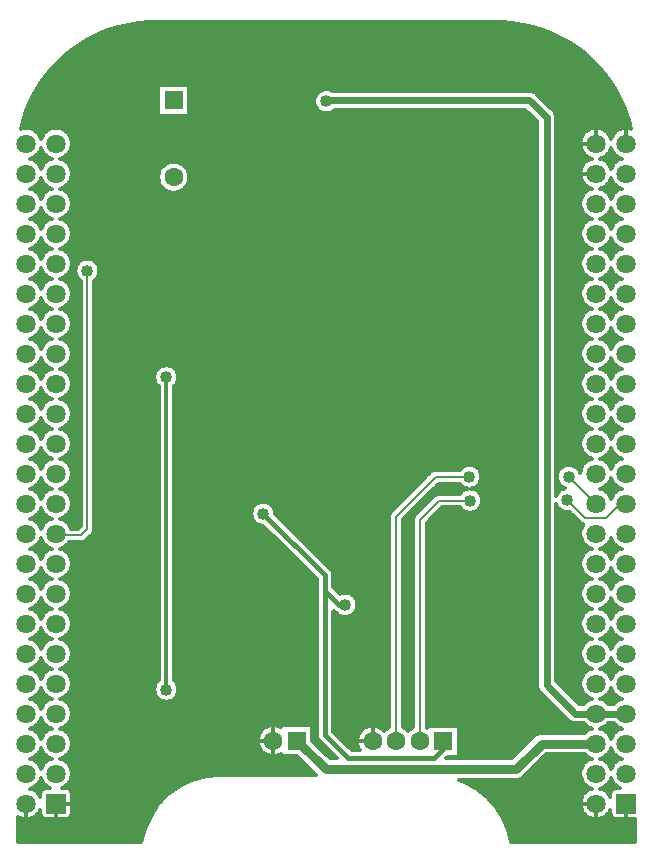
<source format=gbr>
G04 DipTrace 3.0.0.1*
G04 Bottom.gbr*
%MOMM*%
G04 #@! TF.FileFunction,Copper,L2,Bot*
G04 #@! TF.Part,Single*
%AMOUTLINE0*5,1,4,0,0,2.30517,-135.0*%
G04 #@! TA.AperFunction,Conductor*
%ADD13C,0.8*%
%ADD14C,0.6*%
%ADD15C,0.3*%
%ADD16C,0.4*%
%ADD17C,0.152*%
G04 #@! TA.AperFunction,CopperBalancing*
%ADD18C,0.33*%
G04 #@! TA.AperFunction,ComponentPad*
%ADD26R,1.6X1.6*%
%ADD27C,1.6*%
%ADD32C,1.63*%
G04 #@! TA.AperFunction,ViaPad*
%ADD34C,1.016*%
G04 #@! TA.AperFunction,ComponentPad*
%ADD68OUTLINE0*%
%FSLAX35Y35*%
G04*
G71*
G90*
G75*
G01*
G04 Bottom*
%LPD*%
X3874000Y2583333D2*
D16*
Y2517333D1*
X3793333Y2436667D1*
X3069000D1*
X2870333Y2635333D1*
Y3858507D1*
Y3987333D1*
X2348333Y4509333D1*
X3041333Y3737667D2*
X2991173D1*
X2870333Y3858507D1*
X5166333Y2563000D2*
D13*
X4708333D1*
X4491333Y2346000D1*
X2875667D1*
X2633333Y2588333D1*
X5420333Y2817000D2*
D14*
X5166333D1*
X4987000D1*
X4747000Y3057000D1*
Y7863667D1*
X4601667Y8009000D1*
X2890667D1*
X2882333Y8000667D1*
X860000Y6565000D2*
D17*
Y4378000D1*
X807000Y4325000D1*
X610333D1*
X594333Y4341000D1*
X1528333Y3019667D2*
D15*
Y5664333D1*
X5166333Y4595000D2*
D17*
X5163333D1*
X4936333Y4822000D1*
X4093667D2*
X3809333D1*
X3472667Y4485333D1*
Y2584667D1*
X3474000Y2583333D1*
X5420333Y4595000D2*
X5367667D1*
X5248000Y4475333D1*
X5072667D1*
X4923333Y4624667D1*
X4098000Y4620333D2*
X3840000D1*
X3677333Y4457667D1*
Y2586667D1*
X3674000Y2583333D1*
D34*
X2348333Y4509333D3*
X3041333Y3737667D3*
X2882333Y8000667D3*
X860000Y6565000D3*
X1528333Y3019667D3*
Y5664333D3*
X4936333Y4822000D3*
X4093667D3*
X4923333Y4624667D3*
X4098000Y4620333D3*
X1153590Y8636500D2*
D18*
X4599293D1*
X1041313Y8603833D2*
X4712473D1*
X959200Y8571167D2*
X4795230D1*
X892233Y8538500D2*
X4862647D1*
X834160Y8505833D2*
X4921043D1*
X781760Y8473167D2*
X4973573D1*
X736257Y8440500D2*
X5020107D1*
X694620Y8407833D2*
X5061743D1*
X656013Y8375167D2*
X5101383D1*
X621723Y8342500D2*
X5135543D1*
X588787Y8309833D2*
X5169253D1*
X559720Y8277167D2*
X5198257D1*
X531683Y8244500D2*
X5227260D1*
X506480Y8211833D2*
X5252203D1*
X482633Y8179167D2*
X5277017D1*
X460333Y8146500D2*
X5298930D1*
X440223Y8113833D2*
X1454883D1*
X1723097D2*
X5319880D1*
X420307Y8081167D2*
X1454883D1*
X1723097D2*
X2817037D1*
X4641343D2*
X5339473D1*
X403613Y8048500D2*
X1454883D1*
X1723097D2*
X2789383D1*
X4679757D2*
X5357067D1*
X386983Y8015833D2*
X1454883D1*
X1723097D2*
X2778557D1*
X4712433D2*
X5374600D1*
X372030Y7983167D2*
X1454883D1*
X1723097D2*
X2778943D1*
X4745110D2*
X5389100D1*
X358497Y7950500D2*
X1454883D1*
X1723097D2*
X2790673D1*
X4777790D2*
X5403540D1*
X345027Y7917833D2*
X1454883D1*
X1723097D2*
X2820193D1*
X2944483D2*
X4575253D1*
X4810273D2*
X5416687D1*
X334327Y7885167D2*
X1454883D1*
X1723097D2*
X4607930D1*
X4828190D2*
X5428160D1*
X323757Y7852500D2*
X4640543D1*
X4831093D2*
X5439633D1*
X314023Y7819833D2*
X4662907D1*
X4831093D2*
X5448850D1*
X306290Y7787167D2*
X4662907D1*
X4831093D2*
X5457550D1*
X414893Y7754500D2*
X519797D1*
X668903D2*
X4662907D1*
X4831093D2*
X5091780D1*
X5240887D2*
X5345790D1*
X449890Y7721833D2*
X484733D1*
X703900D2*
X4662907D1*
X4831093D2*
X5056780D1*
X5275883D2*
X5310790D1*
X721627Y7689167D2*
X4662907D1*
X4831093D2*
X5039057D1*
X729230Y7656500D2*
X4662907D1*
X4831093D2*
X5031387D1*
X728587Y7623833D2*
X4662907D1*
X4831093D2*
X5032097D1*
X719370Y7591167D2*
X4662907D1*
X4831093D2*
X5041313D1*
X445443Y7558500D2*
X489180D1*
X699453D2*
X4662907D1*
X4831093D2*
X5061230D1*
X5271437D2*
X5315237D1*
X405097Y7525833D2*
X529530D1*
X659107D2*
X4662907D1*
X4831093D2*
X5101577D1*
X5231087D2*
X5355520D1*
X425207Y7493167D2*
X509420D1*
X679217D2*
X4662907D1*
X4831093D2*
X5081467D1*
X5251197D2*
X5335413D1*
X454983Y7460500D2*
X479707D1*
X708993D2*
X1504833D1*
X1673147D2*
X4662907D1*
X4831093D2*
X5051690D1*
X5280973D2*
X5305700D1*
X724140Y7427833D2*
X1475313D1*
X1702730D2*
X4662907D1*
X4831093D2*
X5036543D1*
X729810Y7395167D2*
X1460360D1*
X1717620D2*
X4662907D1*
X4831093D2*
X5030870D1*
X727297Y7362500D2*
X1454947D1*
X1723033D2*
X4662907D1*
X4831093D2*
X5033383D1*
X462007Y7329833D2*
X472710D1*
X716017D2*
X1457847D1*
X1720133D2*
X4662907D1*
X4831093D2*
X5044663D1*
X5288000D2*
X5298737D1*
X438870Y7297167D2*
X495757D1*
X692880D2*
X1469707D1*
X1708273D2*
X4662907D1*
X4831093D2*
X5067737D1*
X5264927D2*
X5321747D1*
X388467Y7264500D2*
X546223D1*
X642477D2*
X1493877D1*
X1684103D2*
X4662907D1*
X4831093D2*
X5118203D1*
X5214460D2*
X5372213D1*
X433843Y7231833D2*
X500847D1*
X687787D2*
X1549950D1*
X1628093D2*
X4662907D1*
X4831093D2*
X5072830D1*
X5259833D2*
X5326840D1*
X459367Y7199167D2*
X475303D1*
X713377D2*
X4662907D1*
X4831093D2*
X5047307D1*
X5285357D2*
X5301317D1*
X726137Y7166500D2*
X4662907D1*
X4831093D2*
X5034543D1*
X729940Y7133833D2*
X4662907D1*
X4831093D2*
X5030743D1*
X725557Y7101167D2*
X4662907D1*
X4831093D2*
X5035123D1*
X458013Y7068500D2*
X476627D1*
X712023D2*
X4662907D1*
X4831093D2*
X5048660D1*
X5284003D2*
X5302670D1*
X431263Y7035833D2*
X503427D1*
X685210D2*
X4662907D1*
X4831093D2*
X5075407D1*
X5257257D2*
X5329417D1*
X394460Y7003167D2*
X540230D1*
X648470D2*
X4662907D1*
X4831093D2*
X5112210D1*
X5220453D2*
X5366220D1*
X441060Y6970500D2*
X493563D1*
X695070D2*
X4662907D1*
X4831093D2*
X5065547D1*
X5267117D2*
X5319557D1*
X717113Y6937833D2*
X4662907D1*
X4831093D2*
X5043567D1*
X727747Y6905167D2*
X4662907D1*
X4831093D2*
X5032933D1*
X729683Y6872500D2*
X4662907D1*
X4831093D2*
X5031000D1*
X723367Y6839833D2*
X4662907D1*
X4831093D2*
X5037253D1*
X453437Y6807167D2*
X481253D1*
X707447D2*
X4662907D1*
X4831093D2*
X5053237D1*
X5279427D2*
X5307247D1*
X422177Y6774500D2*
X512513D1*
X676187D2*
X4662907D1*
X4831093D2*
X5084497D1*
X5248167D2*
X5338507D1*
X409350Y6741833D2*
X525277D1*
X663360D2*
X4662907D1*
X4831093D2*
X5097323D1*
X5235407D2*
X5351267D1*
X447377Y6709167D2*
X487313D1*
X701323D2*
X4662907D1*
X4831093D2*
X5059293D1*
X5273370D2*
X5313303D1*
X720337Y6676500D2*
X4662907D1*
X4831093D2*
X5040347D1*
X728910Y6643833D2*
X792563D1*
X927423D2*
X4662907D1*
X4831093D2*
X5031773D1*
X728973Y6611167D2*
X766200D1*
X953850D2*
X4662907D1*
X4831093D2*
X5031643D1*
X720723Y6578500D2*
X755953D1*
X964033D2*
X4662907D1*
X4831093D2*
X5039893D1*
X448150Y6545833D2*
X486540D1*
X702160D2*
X756920D1*
X963067D2*
X4662907D1*
X4831093D2*
X5058520D1*
X5274143D2*
X5312530D1*
X411090Y6513167D2*
X523600D1*
X665100D2*
X769293D1*
X950690D2*
X4662907D1*
X4831093D2*
X5095583D1*
X5237083D2*
X5349590D1*
X420757Y6480500D2*
X513867D1*
X674767D2*
X798300D1*
X921753D2*
X4662907D1*
X4831093D2*
X5085913D1*
X5246813D2*
X5339860D1*
X452790Y6447833D2*
X481897D1*
X706737D2*
X798300D1*
X921753D2*
X4662907D1*
X4831093D2*
X5053880D1*
X5278783D2*
X5307890D1*
X723043Y6415167D2*
X798300D1*
X921753D2*
X4662907D1*
X4831093D2*
X5037640D1*
X729617Y6382500D2*
X798300D1*
X921753D2*
X4662907D1*
X4831093D2*
X5031063D1*
X727940Y6349833D2*
X798300D1*
X921753D2*
X4662907D1*
X4831093D2*
X5032740D1*
X717563Y6317167D2*
X798300D1*
X921753D2*
X4662907D1*
X4831093D2*
X5043053D1*
X442027Y6284500D2*
X492663D1*
X695973D2*
X798300D1*
X921753D2*
X4662907D1*
X4831093D2*
X5064643D1*
X5268020D2*
X5318653D1*
X396780Y6251833D2*
X537843D1*
X650790D2*
X798300D1*
X921753D2*
X4662907D1*
X4831093D2*
X5109890D1*
X5222773D2*
X5363837D1*
X430103Y6219167D2*
X504587D1*
X684113D2*
X798300D1*
X921753D2*
X4662907D1*
X4831093D2*
X5076567D1*
X5256097D2*
X5330577D1*
X457433Y6186500D2*
X477240D1*
X711440D2*
X798300D1*
X921753D2*
X4662907D1*
X4831093D2*
X5049240D1*
X5283423D2*
X5303250D1*
X725300Y6153833D2*
X798300D1*
X921753D2*
X4662907D1*
X4831093D2*
X5035383D1*
X729940Y6121167D2*
X798300D1*
X921753D2*
X4662907D1*
X4831093D2*
X5030743D1*
X726393Y6088500D2*
X798300D1*
X921753D2*
X4662907D1*
X4831093D2*
X5034287D1*
X459880Y6055833D2*
X474770D1*
X713890D2*
X798300D1*
X921753D2*
X4662907D1*
X4831093D2*
X5046790D1*
X5285873D2*
X5300737D1*
X434873Y6023167D2*
X499817D1*
X688883D2*
X798300D1*
X921753D2*
X4662907D1*
X4831093D2*
X5071800D1*
X5260867D2*
X5325810D1*
X385567Y5990500D2*
X549123D1*
X639577D2*
X798300D1*
X921753D2*
X4662907D1*
X4831093D2*
X5121107D1*
X5211560D2*
X5375117D1*
X437903Y5957833D2*
X496723D1*
X691913D2*
X798300D1*
X921753D2*
X4662907D1*
X4831093D2*
X5068770D1*
X5263893D2*
X5322713D1*
X461493Y5925167D2*
X473143D1*
X715503D2*
X798300D1*
X921753D2*
X4662907D1*
X4831093D2*
X5045180D1*
X5287483D2*
X5299190D1*
X727040Y5892500D2*
X798300D1*
X921753D2*
X4662907D1*
X4831093D2*
X5033577D1*
X729877Y5859833D2*
X798300D1*
X921753D2*
X4662907D1*
X4831093D2*
X5030807D1*
X724460Y5827167D2*
X798300D1*
X921753D2*
X4662907D1*
X4831093D2*
X5036220D1*
X455627Y5794500D2*
X479000D1*
X709637D2*
X798300D1*
X921753D2*
X4662907D1*
X4831093D2*
X5051043D1*
X5281620D2*
X5305053D1*
X426493Y5761833D2*
X508197D1*
X680503D2*
X798300D1*
X921753D2*
X1496390D1*
X1560290D2*
X4662907D1*
X4831093D2*
X5080177D1*
X5252487D2*
X5334187D1*
X403163Y5729167D2*
X531463D1*
X657173D2*
X798300D1*
X921753D2*
X1446760D1*
X1609853D2*
X4662907D1*
X4831093D2*
X5103510D1*
X5229153D2*
X5357520D1*
X444607Y5696500D2*
X490020D1*
X698617D2*
X798300D1*
X921753D2*
X1428650D1*
X1628030D2*
X4662907D1*
X4831093D2*
X5062067D1*
X5270597D2*
X5316077D1*
X718917Y5663833D2*
X798300D1*
X921753D2*
X1423430D1*
X1633250D2*
X4662907D1*
X4831093D2*
X5041700D1*
X728393Y5631167D2*
X798300D1*
X921753D2*
X1428973D1*
X1627707D2*
X4662907D1*
X4831093D2*
X5032290D1*
X729360Y5598500D2*
X798300D1*
X921753D2*
X1447600D1*
X1609017D2*
X4662907D1*
X4831093D2*
X5031323D1*
X722013Y5565833D2*
X798300D1*
X921753D2*
X1459200D1*
X1597480D2*
X4662907D1*
X4831093D2*
X5038670D1*
X450663Y5533167D2*
X484027D1*
X704610D2*
X798300D1*
X921753D2*
X1459200D1*
X1597480D2*
X4662907D1*
X4831093D2*
X5056007D1*
X5276657D2*
X5310017D1*
X416440Y5500500D2*
X518250D1*
X670450D2*
X798300D1*
X921753D2*
X1459200D1*
X1597480D2*
X4662907D1*
X4831093D2*
X5090233D1*
X5242433D2*
X5344243D1*
X415923Y5467833D2*
X518767D1*
X669933D2*
X798300D1*
X921753D2*
X1459200D1*
X1597480D2*
X4662907D1*
X4831093D2*
X5090747D1*
X5241917D2*
X5344757D1*
X450407Y5435167D2*
X484283D1*
X704417D2*
X798300D1*
X921753D2*
X1459200D1*
X1597480D2*
X4662907D1*
X4831093D2*
X5056267D1*
X5276400D2*
X5310277D1*
X721883Y5402500D2*
X798300D1*
X921753D2*
X1459200D1*
X1597480D2*
X4662907D1*
X4831093D2*
X5038800D1*
X729360Y5369833D2*
X798300D1*
X921753D2*
X1459200D1*
X1597480D2*
X4662907D1*
X4831093D2*
X5031323D1*
X728457Y5337167D2*
X798300D1*
X921753D2*
X1459200D1*
X1597480D2*
X4662907D1*
X4831093D2*
X5032223D1*
X719110Y5304500D2*
X798300D1*
X921753D2*
X1459200D1*
X1597480D2*
X4662907D1*
X4831093D2*
X5041570D1*
X444927Y5271833D2*
X489760D1*
X698873D2*
X798300D1*
X921753D2*
X1459200D1*
X1597480D2*
X4662907D1*
X4831093D2*
X5061743D1*
X5270920D2*
X5315753D1*
X403807Y5239167D2*
X530817D1*
X657817D2*
X798300D1*
X921753D2*
X1459200D1*
X1597480D2*
X4662907D1*
X4831093D2*
X5102867D1*
X5229863D2*
X5356810D1*
X426043Y5206500D2*
X508583D1*
X680053D2*
X798300D1*
X921753D2*
X1459200D1*
X1597480D2*
X4662907D1*
X4831093D2*
X5080563D1*
X5252100D2*
X5334573D1*
X455370Y5173833D2*
X479237D1*
X709380D2*
X798300D1*
X921753D2*
X1459200D1*
X1597480D2*
X4662907D1*
X4831093D2*
X5051237D1*
X5281427D2*
X5305247D1*
X724333Y5141167D2*
X798300D1*
X921753D2*
X1459200D1*
X1597480D2*
X4662907D1*
X4831093D2*
X5036350D1*
X729810Y5108500D2*
X798300D1*
X921753D2*
X1459200D1*
X1597480D2*
X4662907D1*
X4831093D2*
X5030807D1*
X727103Y5075833D2*
X798300D1*
X921753D2*
X1459200D1*
X1597480D2*
X4662907D1*
X4831093D2*
X5033513D1*
X461620Y5043167D2*
X472983D1*
X715630D2*
X798300D1*
X921753D2*
X1459200D1*
X1597480D2*
X4662907D1*
X4831093D2*
X5044987D1*
X5287677D2*
X5298973D1*
X438223Y5010500D2*
X496400D1*
X692233D2*
X798300D1*
X921753D2*
X1459200D1*
X1597480D2*
X4662907D1*
X4831093D2*
X5068447D1*
X5264280D2*
X5322393D1*
X386533Y4977833D2*
X548090D1*
X640543D2*
X798300D1*
X921753D2*
X1459200D1*
X1597480D2*
X4662907D1*
X4831093D2*
X5120140D1*
X5212527D2*
X5374147D1*
X434550Y4945167D2*
X500140D1*
X688497D2*
X798300D1*
X921753D2*
X1459200D1*
X1597480D2*
X4662907D1*
X4831093D2*
X5072120D1*
X5260543D2*
X5326130D1*
X459753Y4912500D2*
X474953D1*
X713697D2*
X798300D1*
X921753D2*
X1459200D1*
X1597480D2*
X4044157D1*
X4143183D2*
X4662907D1*
X4831093D2*
X4886817D1*
X4985843D2*
X5046920D1*
X5285743D2*
X5300930D1*
X726330Y4879833D2*
X798300D1*
X921753D2*
X1459200D1*
X1597480D2*
X3797753D1*
X4180503D2*
X4662907D1*
X4831093D2*
X4849507D1*
X5023163D2*
X5034350D1*
X729940Y4847167D2*
X798300D1*
X921753D2*
X1459200D1*
X1597480D2*
X3748577D1*
X4195390D2*
X4662907D1*
X725363Y4814500D2*
X798300D1*
X921753D2*
X1459200D1*
X1597480D2*
X3715897D1*
X4198290D2*
X4662907D1*
X457627Y4781833D2*
X477033D1*
X711637D2*
X798300D1*
X921753D2*
X1459200D1*
X1597480D2*
X3683220D1*
X4190300D2*
X4662907D1*
X5283617D2*
X5303057D1*
X430490Y4749167D2*
X504200D1*
X684500D2*
X798300D1*
X921753D2*
X1459200D1*
X1597480D2*
X3650607D1*
X3822400D2*
X4019473D1*
X4167803D2*
X4662907D1*
X4831093D2*
X4862197D1*
X5256483D2*
X5330190D1*
X396007Y4716500D2*
X538617D1*
X650017D2*
X798300D1*
X921753D2*
X1459200D1*
X1597480D2*
X3617930D1*
X3789723D2*
X4061883D1*
X4134160D2*
X4662907D1*
X4831093D2*
X4876507D1*
X5222063D2*
X5364610D1*
X441707Y4683833D2*
X492983D1*
X695717D2*
X798300D1*
X921753D2*
X1459200D1*
X1597480D2*
X3585253D1*
X3757110D2*
X4015347D1*
X4180630D2*
X4662907D1*
X5267697D2*
X5318977D1*
X717437Y4651167D2*
X798300D1*
X921753D2*
X1459200D1*
X1597480D2*
X3552573D1*
X3724433D2*
X3784927D1*
X4198097D2*
X4662907D1*
X727877Y4618500D2*
X798300D1*
X921753D2*
X1459200D1*
X1597480D2*
X3519897D1*
X3691753D2*
X3752250D1*
X4202933D2*
X4662907D1*
X729617Y4585833D2*
X798300D1*
X921753D2*
X1459200D1*
X1597480D2*
X2278143D1*
X2418547D2*
X3487220D1*
X3659077D2*
X3719573D1*
X4196873D2*
X4662907D1*
X723173Y4553167D2*
X798300D1*
X921753D2*
X1459200D1*
X1597480D2*
X2253327D1*
X2443297D2*
X3454607D1*
X3626400D2*
X3686893D1*
X3858753D2*
X4018440D1*
X4177537D2*
X4662907D1*
X4831093D2*
X4847793D1*
X452983Y4520500D2*
X481703D1*
X706993D2*
X798300D1*
X921753D2*
X1459200D1*
X1597480D2*
X2244047D1*
X2452643D2*
X3422700D1*
X3593720D2*
X3654217D1*
X3826073D2*
X4075740D1*
X4120303D2*
X4662907D1*
X4831093D2*
X4941603D1*
X421273Y4487833D2*
X513417D1*
X675220D2*
X798300D1*
X921753D2*
X1459200D1*
X1597480D2*
X2245723D1*
X2473267D2*
X3410970D1*
X3561107D2*
X3623987D1*
X3793397D2*
X4662907D1*
X4831093D2*
X4974217D1*
X410510Y4455167D2*
X524117D1*
X664520D2*
X798300D1*
X921753D2*
X1459200D1*
X1597480D2*
X2259063D1*
X2505947D2*
X3410970D1*
X3534360D2*
X3615610D1*
X3760783D2*
X4662907D1*
X4831093D2*
X5006893D1*
X447893Y4422500D2*
X486797D1*
X701903D2*
X798300D1*
X921753D2*
X1459200D1*
X1597480D2*
X2292257D1*
X2538623D2*
X3410970D1*
X3534360D2*
X3615610D1*
X3739063D2*
X4662907D1*
X4831093D2*
X5044407D1*
X720593Y4389833D2*
X785923D1*
X921753D2*
X1459200D1*
X1597480D2*
X2364380D1*
X2571300D2*
X3410970D1*
X3534360D2*
X3615610D1*
X3739063D2*
X4662907D1*
X4831093D2*
X5040023D1*
X917887Y4357167D2*
X1459200D1*
X1597480D2*
X2397060D1*
X2603980D2*
X3410970D1*
X3534360D2*
X3615610D1*
X3739063D2*
X4662907D1*
X4831093D2*
X5031710D1*
X892427Y4324500D2*
X1459200D1*
X1597480D2*
X2429737D1*
X2636593D2*
X3410970D1*
X3534360D2*
X3615610D1*
X3739063D2*
X4662907D1*
X4831093D2*
X5031773D1*
X859747Y4291833D2*
X1459200D1*
X1597480D2*
X2462350D1*
X2669270D2*
X3410970D1*
X3534360D2*
X3615610D1*
X3739063D2*
X4662907D1*
X4831093D2*
X5040217D1*
X447637Y4259167D2*
X487053D1*
X701643D2*
X1459200D1*
X1597480D2*
X2495027D1*
X2701947D2*
X3410970D1*
X3534360D2*
X3615610D1*
X3739063D2*
X4662907D1*
X4831093D2*
X5059037D1*
X5273627D2*
X5313047D1*
X409930Y4226500D2*
X524697D1*
X663940D2*
X1459200D1*
X1597480D2*
X2527703D1*
X2734627D2*
X3410970D1*
X3534360D2*
X3615610D1*
X3739063D2*
X4662907D1*
X4831093D2*
X5096743D1*
X5235923D2*
X5350687D1*
X421723Y4193833D2*
X512963D1*
X675733D2*
X1459200D1*
X1597480D2*
X2560383D1*
X2767303D2*
X3410970D1*
X3534360D2*
X3615610D1*
X3739063D2*
X4662907D1*
X4831093D2*
X5084947D1*
X5247717D2*
X5338957D1*
X453243Y4161167D2*
X481447D1*
X707187D2*
X1459200D1*
X1597480D2*
X2593060D1*
X2799980D2*
X3410970D1*
X3534360D2*
X3615610D1*
X3739063D2*
X4662907D1*
X4831093D2*
X5053430D1*
X5279233D2*
X5307440D1*
X723300Y4128500D2*
X1459200D1*
X1597480D2*
X2625737D1*
X2832593D2*
X3410970D1*
X3534360D2*
X3615610D1*
X3739063D2*
X4662907D1*
X4831093D2*
X5037380D1*
X729683Y4095833D2*
X1459200D1*
X1597480D2*
X2658350D1*
X2865273D2*
X3410970D1*
X3534360D2*
X3615610D1*
X3739063D2*
X4662907D1*
X4831093D2*
X5031000D1*
X727813Y4063167D2*
X1459200D1*
X1597480D2*
X2691030D1*
X2897950D2*
X3410970D1*
X3534360D2*
X3615610D1*
X3739063D2*
X4662907D1*
X4831093D2*
X5032870D1*
X717307Y4030500D2*
X1459200D1*
X1597480D2*
X2723707D1*
X2929790D2*
X3410970D1*
X3534360D2*
X3615610D1*
X3739063D2*
X4662907D1*
X4831093D2*
X5043373D1*
X441383Y3997833D2*
X493243D1*
X695393D2*
X1459200D1*
X1597480D2*
X2756383D1*
X2943647D2*
X3410970D1*
X3534360D2*
X3615610D1*
X3739063D2*
X4662907D1*
X4831093D2*
X5065290D1*
X5267377D2*
X5319300D1*
X395233Y3965167D2*
X539390D1*
X649243D2*
X1459200D1*
X1597480D2*
X2789063D1*
X2944483D2*
X3410970D1*
X3534360D2*
X3615610D1*
X3739063D2*
X4662907D1*
X4831093D2*
X5111437D1*
X5221290D2*
X5365383D1*
X430877Y3932500D2*
X503813D1*
X684887D2*
X1459200D1*
X1597480D2*
X2796217D1*
X2944483D2*
X3410970D1*
X3534360D2*
X3615610D1*
X3739063D2*
X4662907D1*
X4831093D2*
X5075793D1*
X5256870D2*
X5329803D1*
X457820Y3899833D2*
X476830D1*
X711830D2*
X1459200D1*
X1597480D2*
X2796217D1*
X2944483D2*
X3410970D1*
X3534360D2*
X3615610D1*
X3739063D2*
X4662907D1*
X4831093D2*
X5048853D1*
X5283810D2*
X5302863D1*
X725493Y3867167D2*
X1459200D1*
X1597480D2*
X2796217D1*
X2965110D2*
X3410970D1*
X3534360D2*
X3615610D1*
X3739063D2*
X4662907D1*
X4831093D2*
X5035190D1*
X729940Y3834500D2*
X1459200D1*
X1597480D2*
X2796217D1*
X3075453D2*
X3410970D1*
X3534360D2*
X3615610D1*
X3739063D2*
X4662907D1*
X4831093D2*
X5030743D1*
X726200Y3801833D2*
X1459200D1*
X1597480D2*
X2796217D1*
X3123407D2*
X3410970D1*
X3534360D2*
X3615610D1*
X3739063D2*
X4662907D1*
X4831093D2*
X5034417D1*
X459560Y3769167D2*
X475127D1*
X713570D2*
X1459200D1*
X1597480D2*
X2796217D1*
X3141260D2*
X3410970D1*
X3534360D2*
X3615610D1*
X3739063D2*
X4662907D1*
X4831093D2*
X5047113D1*
X5285550D2*
X5301123D1*
X434163Y3736500D2*
X500527D1*
X688173D2*
X1459200D1*
X1597480D2*
X2796217D1*
X3146223D2*
X3410970D1*
X3534360D2*
X3615610D1*
X3739063D2*
X4662907D1*
X4831093D2*
X5072507D1*
X5260157D2*
X5326517D1*
X387500Y3703833D2*
X547123D1*
X641510D2*
X1459200D1*
X1597480D2*
X2796217D1*
X3140487D2*
X3410970D1*
X3534360D2*
X3615610D1*
X3739063D2*
X4662907D1*
X4831093D2*
X5119173D1*
X5213493D2*
X5373180D1*
X438547Y3671167D2*
X496077D1*
X692557D2*
X1459200D1*
X1597480D2*
X2796217D1*
X2944483D2*
X2961217D1*
X3121473D2*
X3410970D1*
X3534360D2*
X3615610D1*
X3739063D2*
X4662907D1*
X4831093D2*
X5068060D1*
X5264603D2*
X5322070D1*
X461813Y3638500D2*
X472847D1*
X715823D2*
X1459200D1*
X1597480D2*
X2796217D1*
X2944483D2*
X3015810D1*
X3066817D2*
X3410970D1*
X3534360D2*
X3615610D1*
X3739063D2*
X4662907D1*
X4831093D2*
X5044857D1*
X5287807D2*
X5298903D1*
X727233Y3605833D2*
X1459200D1*
X1597480D2*
X2796217D1*
X2944483D2*
X3410970D1*
X3534360D2*
X3615610D1*
X3739063D2*
X4662907D1*
X4831093D2*
X5033450D1*
X729810Y3573167D2*
X1459200D1*
X1597480D2*
X2796217D1*
X2944483D2*
X3410970D1*
X3534360D2*
X3615610D1*
X3739063D2*
X4662907D1*
X4831093D2*
X5030870D1*
X724203Y3540500D2*
X1459200D1*
X1597480D2*
X2796217D1*
X2944483D2*
X3410970D1*
X3534360D2*
X3615610D1*
X3739063D2*
X4662907D1*
X4831093D2*
X5036413D1*
X455177Y3507833D2*
X479450D1*
X709187D2*
X1459200D1*
X1597480D2*
X2796217D1*
X2944483D2*
X3410970D1*
X3534360D2*
X3615610D1*
X3739063D2*
X4662907D1*
X4831093D2*
X5051497D1*
X5281167D2*
X5305507D1*
X425657Y3475167D2*
X509033D1*
X679667D2*
X1459200D1*
X1597480D2*
X2796217D1*
X2944483D2*
X3410970D1*
X3534360D2*
X3615610D1*
X3739063D2*
X4662907D1*
X4831093D2*
X5081017D1*
X5251650D2*
X5335027D1*
X404450Y3442500D2*
X530173D1*
X658460D2*
X1459200D1*
X1597480D2*
X2796217D1*
X2944483D2*
X3410970D1*
X3534360D2*
X3615610D1*
X3739063D2*
X4662907D1*
X4831093D2*
X5102157D1*
X5230507D2*
X5356167D1*
X445187Y3409833D2*
X489503D1*
X699197D2*
X1459200D1*
X1597480D2*
X2796217D1*
X2944483D2*
X3410970D1*
X3534360D2*
X3615610D1*
X3739063D2*
X4662907D1*
X4831093D2*
X5061487D1*
X5271177D2*
X5315497D1*
X719240Y3377167D2*
X1459200D1*
X1597480D2*
X2796217D1*
X2944483D2*
X3410970D1*
X3534360D2*
X3615610D1*
X3739063D2*
X4662907D1*
X4831093D2*
X5041440D1*
X728523Y3344500D2*
X1459200D1*
X1597480D2*
X2796217D1*
X2944483D2*
X3410970D1*
X3534360D2*
X3615610D1*
X3739063D2*
X4662907D1*
X4831093D2*
X5032160D1*
X729297Y3311833D2*
X1459200D1*
X1597480D2*
X2796217D1*
X2944483D2*
X3410970D1*
X3534360D2*
X3615610D1*
X3739063D2*
X4662907D1*
X4831093D2*
X5031387D1*
X721753Y3279167D2*
X1459200D1*
X1597480D2*
X2796217D1*
X2944483D2*
X3410970D1*
X3534360D2*
X3615610D1*
X3739063D2*
X4662907D1*
X4831093D2*
X5038927D1*
X450150Y3246500D2*
X484540D1*
X704160D2*
X1459200D1*
X1597480D2*
X2796217D1*
X2944483D2*
X3410970D1*
X3534360D2*
X3615610D1*
X3739063D2*
X4662907D1*
X4831093D2*
X5056523D1*
X5276140D2*
X5310533D1*
X415410Y3213833D2*
X519280D1*
X669417D2*
X1459200D1*
X1597480D2*
X2796217D1*
X2944483D2*
X3410970D1*
X3534360D2*
X3615610D1*
X3739063D2*
X4662907D1*
X4831093D2*
X5091263D1*
X5241400D2*
X5345273D1*
X416957Y3181167D2*
X517733D1*
X670900D2*
X1459200D1*
X1597480D2*
X2796217D1*
X2944483D2*
X3410970D1*
X3534360D2*
X3615610D1*
X3739063D2*
X4662907D1*
X4831093D2*
X5089717D1*
X5242947D2*
X5343727D1*
X450857Y3148500D2*
X483767D1*
X704867D2*
X1459200D1*
X1597480D2*
X2796217D1*
X2944483D2*
X3410970D1*
X3534360D2*
X3615610D1*
X3739063D2*
X4662907D1*
X4831093D2*
X5055813D1*
X5276913D2*
X5309760D1*
X722140Y3115833D2*
X1459200D1*
X1597480D2*
X2796217D1*
X2944483D2*
X3410970D1*
X3534360D2*
X3615610D1*
X3739063D2*
X4662907D1*
X4831093D2*
X5038540D1*
X729423Y3083167D2*
X1445667D1*
X1610950D2*
X2796217D1*
X2944483D2*
X3410970D1*
X3534360D2*
X3615610D1*
X3739063D2*
X4662907D1*
X4838440D2*
X5031257D1*
X728330Y3050500D2*
X1428200D1*
X1628480D2*
X2796217D1*
X2944483D2*
X3410970D1*
X3534360D2*
X3615610D1*
X3739063D2*
X4663167D1*
X4871117D2*
X5032290D1*
X718790Y3017833D2*
X1423430D1*
X1633250D2*
X2796217D1*
X2944483D2*
X3410970D1*
X3534360D2*
X3615610D1*
X3739063D2*
X4673027D1*
X4903797D2*
X5041893D1*
X444347Y2985167D2*
X490340D1*
X698357D2*
X1429423D1*
X1627190D2*
X2796217D1*
X2944483D2*
X3410970D1*
X3534360D2*
X3615610D1*
X3739063D2*
X4701257D1*
X4936410D2*
X5062323D1*
X5270340D2*
X5316333D1*
X402517Y2952500D2*
X532173D1*
X656527D2*
X1448760D1*
X1607920D2*
X2796217D1*
X2944483D2*
X3410970D1*
X3534360D2*
X3615610D1*
X3739063D2*
X4733870D1*
X4969087D2*
X5104153D1*
X5228510D2*
X5358163D1*
X426880Y2919833D2*
X507743D1*
X680890D2*
X1506060D1*
X1550620D2*
X2796217D1*
X2944483D2*
X3410970D1*
X3534360D2*
X3615610D1*
X3739063D2*
X4766550D1*
X5001763D2*
X5079790D1*
X5252873D2*
X5333737D1*
X455820Y2887167D2*
X478887D1*
X709830D2*
X2796217D1*
X2944483D2*
X3410970D1*
X3534360D2*
X3615610D1*
X3739063D2*
X4799227D1*
X724527Y2854500D2*
X2796217D1*
X2944483D2*
X3410970D1*
X3534360D2*
X3615610D1*
X3739063D2*
X4831903D1*
X729877Y2821833D2*
X2796217D1*
X2944483D2*
X3410970D1*
X3534360D2*
X3615610D1*
X3739063D2*
X4864583D1*
X726973Y2789167D2*
X2796217D1*
X2944483D2*
X3410970D1*
X3534360D2*
X3615610D1*
X3739063D2*
X4897260D1*
X461300Y2756500D2*
X473383D1*
X715310D2*
X2796217D1*
X2944483D2*
X3410970D1*
X3534360D2*
X3615610D1*
X3739063D2*
X4930130D1*
X437580Y2723833D2*
X497043D1*
X691590D2*
X2796217D1*
X2944483D2*
X3410970D1*
X3534360D2*
X3615610D1*
X3739063D2*
X5069090D1*
X5263573D2*
X5323100D1*
X384537Y2691167D2*
X550090D1*
X638547D2*
X2349170D1*
X2767433D2*
X2796217D1*
X2944483D2*
X3196663D1*
X3351377D2*
X3396663D1*
X3551377D2*
X3596660D1*
X4008090D2*
X5122137D1*
X5210527D2*
X5376083D1*
X435197Y2658500D2*
X499430D1*
X689207D2*
X2319650D1*
X2767433D2*
X2796217D1*
X2950607D2*
X3163600D1*
X4008090D2*
X5071477D1*
X5261253D2*
X5325423D1*
X460073Y2625833D2*
X474603D1*
X714083D2*
X2304697D1*
X2767433D2*
X2796860D1*
X2983287D2*
X3146970D1*
X4008090D2*
X4639447D1*
X5286067D2*
X5300607D1*
X726460Y2593167D2*
X2299283D1*
X2767433D2*
X2810140D1*
X3015963D2*
X3140267D1*
X4008090D2*
X4606770D1*
X729940Y2560500D2*
X2302183D1*
X2792890D2*
X2841720D1*
X3048640D2*
X3141880D1*
X4008090D2*
X4574090D1*
X725170Y2527833D2*
X2314043D1*
X2825570D2*
X2874397D1*
X3081320D2*
X3152257D1*
X4008090D2*
X4541413D1*
X457240Y2495167D2*
X477450D1*
X711247D2*
X2338213D1*
X2858247D2*
X2907077D1*
X4008090D2*
X4508737D1*
X5283230D2*
X5303443D1*
X429717Y2462500D2*
X504973D1*
X683727D2*
X2394287D1*
X2472430D2*
X2499217D1*
X2890923D2*
X2939690D1*
X4008090D2*
X4476123D1*
X4739570D2*
X5076953D1*
X5255710D2*
X5330963D1*
X397553Y2429833D2*
X537133D1*
X651563D2*
X2660090D1*
X4706890D2*
X5109117D1*
X5223547D2*
X5363127D1*
X442287Y2397167D2*
X492340D1*
X696297D2*
X2692770D1*
X4674213D2*
X5064387D1*
X5268277D2*
X5318397D1*
X717757Y2364500D2*
X2725447D1*
X4641600D2*
X5042923D1*
X727940Y2331833D2*
X2758123D1*
X4608923D2*
X5032677D1*
X729617Y2299167D2*
X2790737D1*
X4576243D2*
X5031063D1*
X722913Y2266500D2*
X1784367D1*
X4538540D2*
X5037703D1*
X452533Y2233833D2*
X482157D1*
X706543D2*
X1699740D1*
X4067063D2*
X5054140D1*
X5278527D2*
X5308147D1*
X420307Y2201167D2*
X514317D1*
X674317D2*
X1633547D1*
X4124427D2*
X5086367D1*
X5246300D2*
X5340373D1*
X411670Y2168500D2*
X470040D1*
X718597D2*
X1588430D1*
X4174830D2*
X5095003D1*
X5237663D2*
X5296030D1*
X448410Y2135833D2*
X458753D1*
X729940D2*
X1543313D1*
X4215243D2*
X5058263D1*
X5274400D2*
X5284750D1*
X729940Y2103167D2*
X1510570D1*
X4252820D2*
X5039767D1*
X729940Y2070500D2*
X1478923D1*
X4281950D2*
X5031643D1*
X729940Y2037833D2*
X1450177D1*
X4311020D2*
X5031837D1*
X729940Y2005167D2*
X1428070D1*
X4334417D2*
X5040473D1*
X447053Y1972500D2*
X458750D1*
X729940D2*
X1406027D1*
X4355170D2*
X5059553D1*
X5273110D2*
X5284680D1*
X408770Y1939833D2*
X471457D1*
X717177D2*
X1386110D1*
X4375923D2*
X5097903D1*
X5234763D2*
X5297450D1*
X271613Y1907167D2*
X1371543D1*
X4391330D2*
X5492163D1*
X271613Y1874500D2*
X1356913D1*
X4405250D2*
X5492163D1*
X271613Y1841833D2*
X1342347D1*
X4419173D2*
X5492163D1*
X271550Y1809167D2*
X1334033D1*
X4429420D2*
X5492163D1*
X271550Y1776500D2*
X1325847D1*
X4437413D2*
X5492163D1*
X271550Y1743833D2*
X1317663D1*
X4445403D2*
X5492163D1*
X2519013Y2719153D2*
X2764153D1*
Y2585930D1*
X2913260Y2436847D1*
X2968673Y2436820D1*
X2816480Y2589340D1*
X2809950Y2598330D1*
X2804903Y2608230D1*
X2801470Y2618800D1*
X2799730Y2629777D1*
X2799513Y2701333D1*
Y3957957D1*
X2349783Y4407730D1*
X2340360Y4408027D1*
X2324610Y4410520D1*
X2309447Y4415450D1*
X2295237Y4422687D1*
X2282337Y4432060D1*
X2271060Y4443337D1*
X2261687Y4456237D1*
X2254450Y4470447D1*
X2249520Y4485610D1*
X2247027Y4501360D1*
Y4517307D1*
X2249520Y4533057D1*
X2254450Y4548220D1*
X2261687Y4562430D1*
X2271060Y4575330D1*
X2282337Y4586607D1*
X2295237Y4595980D1*
X2309447Y4603217D1*
X2324610Y4608147D1*
X2340360Y4610640D1*
X2356307D1*
X2372057Y4608147D1*
X2387220Y4603217D1*
X2401430Y4595980D1*
X2414330Y4586607D1*
X2425607Y4575330D1*
X2434980Y4562430D1*
X2442217Y4548220D1*
X2447147Y4533057D1*
X2449640Y4517307D1*
X2449897Y4507933D1*
X2924187Y4033327D1*
X2930717Y4024337D1*
X2935763Y4014433D1*
X2939197Y4003867D1*
X2940937Y3992890D1*
X2941153Y3921333D1*
Y3887883D1*
X2998937Y3830057D1*
X3009930Y3834313D1*
X3025437Y3838037D1*
X3041333Y3839287D1*
X3057230Y3838037D1*
X3072737Y3834313D1*
X3087467Y3828210D1*
X3101063Y3819880D1*
X3113190Y3809523D1*
X3123547Y3797397D1*
X3131877Y3783800D1*
X3137980Y3769070D1*
X3141703Y3753563D1*
X3142953Y3737667D1*
X3141703Y3721770D1*
X3137980Y3706263D1*
X3131877Y3691533D1*
X3123547Y3677937D1*
X3113190Y3665810D1*
X3101063Y3655453D1*
X3087467Y3647123D1*
X3072737Y3641020D1*
X3057230Y3637297D1*
X3041333Y3636047D1*
X3025437Y3637297D1*
X3009930Y3641020D1*
X2995200Y3647123D1*
X2981603Y3655453D1*
X2969477Y3665810D1*
X2963387Y3672527D1*
X2954170Y3677283D1*
X2945163Y3683830D1*
X2941153Y3677007D1*
Y2664640D1*
X3098290Y2507530D1*
X3167420Y2507487D1*
X3160350Y2518543D1*
X3154403Y2530320D1*
X3149670Y2542637D1*
X3146203Y2555367D1*
X3144037Y2568383D1*
X3143193Y2581550D1*
X3143677Y2594737D1*
X3145490Y2607807D1*
X3148607Y2620627D1*
X3153003Y2633067D1*
X3158627Y2645003D1*
X3165427Y2656310D1*
X3173330Y2666877D1*
X3182257Y2676590D1*
X3192117Y2685357D1*
X3202810Y2693087D1*
X3214230Y2699700D1*
X3226253Y2705130D1*
X3238767Y2709320D1*
X3251637Y2712227D1*
X3264733Y2713823D1*
X3277923Y2714093D1*
X3291077Y2713033D1*
X3304053Y2710653D1*
X3316727Y2706980D1*
X3328963Y2702047D1*
X3340643Y2695907D1*
X3351643Y2688620D1*
X3361853Y2680263D1*
X3371170Y2670920D1*
X3374003Y2667660D1*
X3381497Y2675837D1*
X3397107Y2689170D1*
X3414223Y2699680D1*
X3414427Y4489917D1*
X3415860Y4498970D1*
X3418693Y4507690D1*
X3422857Y4515857D1*
X3428243Y4523273D1*
X3513027Y4608313D1*
X3771393Y4866423D1*
X3778810Y4871810D1*
X3786977Y4875973D1*
X3795697Y4878807D1*
X3804750Y4880240D1*
X3924833Y4880420D1*
X4010490D1*
X4016393Y4887997D1*
X4027670Y4899273D1*
X4040570Y4908647D1*
X4054780Y4915883D1*
X4069943Y4920813D1*
X4085693Y4923307D1*
X4101640D1*
X4117390Y4920813D1*
X4132553Y4915883D1*
X4146763Y4908647D1*
X4159663Y4899273D1*
X4170940Y4887997D1*
X4180313Y4875097D1*
X4187550Y4860887D1*
X4192480Y4845723D1*
X4194973Y4829973D1*
Y4814027D1*
X4192480Y4798277D1*
X4187550Y4783113D1*
X4180313Y4768903D1*
X4170940Y4756003D1*
X4159663Y4744727D1*
X4146763Y4735353D1*
X4132553Y4728117D1*
X4117390Y4723187D1*
X4108047Y4721450D1*
X4121723Y4719147D1*
X4136887Y4714217D1*
X4151097Y4706980D1*
X4163997Y4697607D1*
X4175273Y4686330D1*
X4184647Y4673430D1*
X4191883Y4659220D1*
X4196813Y4644057D1*
X4199307Y4628307D1*
Y4612360D1*
X4196813Y4596610D1*
X4191883Y4581447D1*
X4184647Y4567237D1*
X4175273Y4554337D1*
X4163997Y4543060D1*
X4151097Y4533687D1*
X4136887Y4526450D1*
X4121723Y4521520D1*
X4105973Y4519027D1*
X4090027D1*
X4074277Y4521520D1*
X4059113Y4526450D1*
X4044903Y4533687D1*
X4032003Y4543060D1*
X4020727Y4554337D1*
X4014903Y4561923D1*
X3864230Y4561913D1*
X3735787Y4433503D1*
X3735753Y2698677D1*
X3743180Y2700013D1*
Y2714153D1*
X4004820D1*
Y2452513D1*
X3909367D1*
X3893680Y2436857D1*
X4453673Y2436820D1*
X4649350Y2632060D1*
X4660880Y2640437D1*
X4673577Y2646907D1*
X4687133Y2651310D1*
X4701207Y2653540D1*
X4757833Y2653820D1*
X5070110D1*
X5080400Y2663617D1*
X5097197Y2675820D1*
X5115697Y2685247D1*
X5129390Y2689957D1*
X5115697Y2694753D1*
X5097197Y2704180D1*
X5080400Y2716383D1*
X5065717Y2731067D1*
X5061670Y2736197D1*
X4980660Y2736430D1*
X4968133Y2738413D1*
X4956070Y2742333D1*
X4944770Y2748090D1*
X4934510Y2755543D1*
X4894850Y2794853D1*
X4685543Y3004510D1*
X4678090Y3014770D1*
X4672333Y3026070D1*
X4668413Y3038133D1*
X4666430Y3050660D1*
X4666180Y3106500D1*
Y7830207D1*
X4568210Y7928160D1*
X2953537Y7928180D1*
X2942063Y7918453D1*
X2928467Y7910123D1*
X2913737Y7904020D1*
X2898230Y7900297D1*
X2882333Y7899047D1*
X2866437Y7900297D1*
X2850930Y7904020D1*
X2836200Y7910123D1*
X2822603Y7918453D1*
X2810477Y7928810D1*
X2800120Y7940937D1*
X2791790Y7954533D1*
X2785687Y7969263D1*
X2781963Y7984770D1*
X2780713Y8000667D1*
X2781963Y8016563D1*
X2785687Y8032070D1*
X2791790Y8046800D1*
X2800120Y8060397D1*
X2810477Y8072523D1*
X2822603Y8082880D1*
X2836200Y8091210D1*
X2850930Y8097313D1*
X2866437Y8101037D1*
X2882333Y8102287D1*
X2898230Y8101037D1*
X2913737Y8097313D1*
X2928467Y8091210D1*
X2930943Y8089823D1*
X4608007Y8089570D1*
X4620533Y8087587D1*
X4632597Y8083667D1*
X4643897Y8077910D1*
X4654157Y8070457D1*
X4693817Y8031147D1*
X4808457Y7916157D1*
X4815910Y7905897D1*
X4821667Y7894597D1*
X4825587Y7882533D1*
X4827570Y7870007D1*
X4827820Y7814167D1*
Y4659380D1*
X4832790Y4670800D1*
X4841120Y4684397D1*
X4851477Y4696523D1*
X4863603Y4706880D1*
X4877200Y4715210D1*
X4891930Y4721313D1*
X4906490Y4724847D1*
X4897447Y4728117D1*
X4883237Y4735353D1*
X4870337Y4744727D1*
X4859060Y4756003D1*
X4849687Y4768903D1*
X4842450Y4783113D1*
X4837520Y4798277D1*
X4835027Y4814027D1*
Y4829973D1*
X4837520Y4845723D1*
X4842450Y4860887D1*
X4849687Y4875097D1*
X4859060Y4887997D1*
X4870337Y4899273D1*
X4883237Y4908647D1*
X4897447Y4915883D1*
X4912610Y4920813D1*
X4928360Y4923307D1*
X4944307D1*
X4960057Y4920813D1*
X4975220Y4915883D1*
X4989430Y4908647D1*
X5002330Y4899273D1*
X5013607Y4887997D1*
X5022980Y4875097D1*
X5030217Y4860887D1*
X5034020Y4849713D1*
X5035643Y4869700D1*
X5040490Y4889890D1*
X5048437Y4909073D1*
X5059283Y4926777D1*
X5072770Y4942563D1*
X5088557Y4956050D1*
X5106260Y4966897D1*
X5125443Y4974843D1*
X5129390Y4975957D1*
X5115697Y4980753D1*
X5097197Y4990180D1*
X5080400Y5002383D1*
X5065717Y5017067D1*
X5053513Y5033863D1*
X5044087Y5052363D1*
X5037670Y5072110D1*
X5034420Y5092617D1*
Y5113383D1*
X5037670Y5133890D1*
X5044087Y5153637D1*
X5053513Y5172137D1*
X5065717Y5188933D1*
X5080400Y5203617D1*
X5097197Y5215820D1*
X5115697Y5225247D1*
X5129390Y5229957D1*
X5115697Y5234753D1*
X5097197Y5244180D1*
X5080400Y5256383D1*
X5065717Y5271067D1*
X5053513Y5287863D1*
X5044087Y5306363D1*
X5037670Y5326110D1*
X5034420Y5346617D1*
Y5367383D1*
X5037670Y5387890D1*
X5044087Y5407637D1*
X5053513Y5426137D1*
X5065717Y5442933D1*
X5080400Y5457617D1*
X5097197Y5469820D1*
X5115697Y5479247D1*
X5129390Y5483957D1*
X5115697Y5488753D1*
X5097197Y5498180D1*
X5080400Y5510383D1*
X5065717Y5525067D1*
X5053513Y5541863D1*
X5044087Y5560363D1*
X5037670Y5580110D1*
X5034420Y5600617D1*
Y5621383D1*
X5037670Y5641890D1*
X5044087Y5661637D1*
X5053513Y5680137D1*
X5065717Y5696933D1*
X5080400Y5711617D1*
X5097197Y5723820D1*
X5115697Y5733247D1*
X5129390Y5737957D1*
X5115697Y5742753D1*
X5097197Y5752180D1*
X5080400Y5764383D1*
X5065717Y5779067D1*
X5053513Y5795863D1*
X5044087Y5814363D1*
X5037670Y5834110D1*
X5034420Y5854617D1*
Y5875383D1*
X5037670Y5895890D1*
X5044087Y5915637D1*
X5053513Y5934137D1*
X5065717Y5950933D1*
X5080400Y5965617D1*
X5097197Y5977820D1*
X5115697Y5987247D1*
X5129390Y5991957D1*
X5115697Y5996753D1*
X5097197Y6006180D1*
X5080400Y6018383D1*
X5065717Y6033067D1*
X5053513Y6049863D1*
X5044087Y6068363D1*
X5037670Y6088110D1*
X5034420Y6108617D1*
Y6129383D1*
X5037670Y6149890D1*
X5044087Y6169637D1*
X5053513Y6188137D1*
X5065717Y6204933D1*
X5080400Y6219617D1*
X5097197Y6231820D1*
X5115697Y6241247D1*
X5129390Y6245957D1*
X5115697Y6250753D1*
X5097197Y6260180D1*
X5080400Y6272383D1*
X5065717Y6287067D1*
X5053513Y6303863D1*
X5044087Y6322363D1*
X5037670Y6342110D1*
X5034420Y6362617D1*
Y6383383D1*
X5037670Y6403890D1*
X5044087Y6423637D1*
X5053513Y6442137D1*
X5065717Y6458933D1*
X5080400Y6473617D1*
X5097197Y6485820D1*
X5115697Y6495247D1*
X5129390Y6499957D1*
X5115697Y6504753D1*
X5097197Y6514180D1*
X5080400Y6526383D1*
X5065717Y6541067D1*
X5053513Y6557863D1*
X5044087Y6576363D1*
X5037670Y6596110D1*
X5034420Y6616617D1*
Y6637383D1*
X5037670Y6657890D1*
X5044087Y6677637D1*
X5053513Y6696137D1*
X5065717Y6712933D1*
X5080400Y6727617D1*
X5097197Y6739820D1*
X5115697Y6749247D1*
X5129390Y6753957D1*
X5115697Y6758753D1*
X5097197Y6768180D1*
X5080400Y6780383D1*
X5065717Y6795067D1*
X5053513Y6811863D1*
X5044087Y6830363D1*
X5037670Y6850110D1*
X5034420Y6870617D1*
Y6891383D1*
X5037670Y6911890D1*
X5044087Y6931637D1*
X5053513Y6950137D1*
X5065717Y6966933D1*
X5080400Y6981617D1*
X5097197Y6993820D1*
X5115697Y7003247D1*
X5129390Y7007957D1*
X5115697Y7012753D1*
X5097197Y7022180D1*
X5080400Y7034383D1*
X5065717Y7049067D1*
X5053513Y7065863D1*
X5044087Y7084363D1*
X5037670Y7104110D1*
X5034420Y7124617D1*
Y7145383D1*
X5037670Y7165890D1*
X5044087Y7185637D1*
X5053513Y7204137D1*
X5065717Y7220933D1*
X5080400Y7235617D1*
X5097197Y7247820D1*
X5115697Y7257247D1*
X5129390Y7261957D1*
X5114877Y7267097D1*
X5100113Y7274443D1*
X5086380Y7283567D1*
X5073887Y7294330D1*
X5062830Y7306563D1*
X5053380Y7320077D1*
X5045687Y7334660D1*
X5039863Y7350090D1*
X5036007Y7366120D1*
X5034173Y7382507D1*
X5034390Y7398993D1*
X5036660Y7415327D1*
X5040940Y7431250D1*
X5047170Y7446520D1*
X5055247Y7460893D1*
X5065053Y7474150D1*
X5076430Y7486087D1*
X5089203Y7496513D1*
X5103173Y7505273D1*
X5118127Y7512227D1*
X5129217Y7515997D1*
X5114877Y7521097D1*
X5100113Y7528443D1*
X5086380Y7537567D1*
X5073887Y7548330D1*
X5062830Y7560563D1*
X5053380Y7574077D1*
X5045687Y7588660D1*
X5039863Y7604090D1*
X5036007Y7620120D1*
X5034173Y7636507D1*
X5034390Y7652993D1*
X5036660Y7669327D1*
X5040940Y7685250D1*
X5047170Y7700520D1*
X5055247Y7714893D1*
X5065053Y7728150D1*
X5076430Y7740087D1*
X5089203Y7750513D1*
X5103173Y7759273D1*
X5118127Y7766227D1*
X5133827Y7771263D1*
X5150030Y7774313D1*
X5166490Y7775320D1*
X5182947Y7774273D1*
X5199143Y7771187D1*
X5214833Y7766110D1*
X5229767Y7759123D1*
X5243717Y7750333D1*
X5256467Y7739873D1*
X5267817Y7727910D1*
X5277590Y7714630D1*
X5285633Y7700237D1*
X5291827Y7684953D1*
X5293330Y7680117D1*
X5298450Y7694507D1*
X5305803Y7709267D1*
X5314933Y7722997D1*
X5325700Y7735483D1*
X5337937Y7746537D1*
X5351457Y7755980D1*
X5366043Y7763670D1*
X5381470Y7769483D1*
X5397503Y7773337D1*
X5413893Y7775163D1*
X5430380Y7774937D1*
X5446713Y7772663D1*
X5462633Y7768377D1*
X5466193Y7767113D1*
X5445090Y7846370D1*
X5415063Y7931840D1*
X5378493Y8014727D1*
X5335607Y8094523D1*
X5286663Y8170753D1*
X5231950Y8242960D1*
X5171803Y8310703D1*
X5106583Y8373580D1*
X5036683Y8431207D1*
X4962523Y8483237D1*
X4884550Y8529360D1*
X4803233Y8569293D1*
X4719067Y8602803D1*
X4632553Y8629683D1*
X4544217Y8649770D1*
X4454590Y8662947D1*
X4363697Y8669167D1*
X1389907Y8669163D1*
X1298073Y8663010D1*
X1207813Y8649707D1*
X1118850Y8629280D1*
X1031787Y8601863D1*
X947173Y8567630D1*
X865540Y8526790D1*
X787403Y8479607D1*
X713257Y8426373D1*
X643563Y8367427D1*
X578763Y8303140D1*
X519270Y8233917D1*
X465453Y8160190D1*
X417650Y8082430D1*
X376167Y8001123D1*
X341263Y7916783D1*
X313160Y7829940D1*
X298550Y7768550D1*
X309443Y7771663D1*
X329950Y7774913D1*
X350717D1*
X371223Y7771663D1*
X390970Y7765247D1*
X409470Y7755820D1*
X426267Y7743617D1*
X440950Y7728933D1*
X453153Y7712137D1*
X462580Y7693637D1*
X467290Y7679943D1*
X472087Y7693637D1*
X481513Y7712137D1*
X493717Y7728933D1*
X508400Y7743617D1*
X525197Y7755820D1*
X543697Y7765247D1*
X563443Y7771663D1*
X583950Y7774913D1*
X604717D1*
X625223Y7771663D1*
X644970Y7765247D1*
X663470Y7755820D1*
X680267Y7743617D1*
X694950Y7728933D1*
X707153Y7712137D1*
X716580Y7693637D1*
X722997Y7673890D1*
X726247Y7653383D1*
Y7632617D1*
X722997Y7612110D1*
X716580Y7592363D1*
X707153Y7573863D1*
X694950Y7557067D1*
X680267Y7542383D1*
X663470Y7530180D1*
X644970Y7520753D1*
X631277Y7516043D1*
X644970Y7511247D1*
X663470Y7501820D1*
X680267Y7489617D1*
X694950Y7474933D1*
X707153Y7458137D1*
X716580Y7439637D1*
X722997Y7419890D1*
X726247Y7399383D1*
Y7378617D1*
X722997Y7358110D1*
X716580Y7338363D1*
X707153Y7319863D1*
X694950Y7303067D1*
X680267Y7288383D1*
X663470Y7276180D1*
X644970Y7266753D1*
X631277Y7262043D1*
X644970Y7257247D1*
X663470Y7247820D1*
X680267Y7235617D1*
X694950Y7220933D1*
X707153Y7204137D1*
X716580Y7185637D1*
X722997Y7165890D1*
X726247Y7145383D1*
Y7124617D1*
X722997Y7104110D1*
X716580Y7084363D1*
X707153Y7065863D1*
X694950Y7049067D1*
X680267Y7034383D1*
X663470Y7022180D1*
X644970Y7012753D1*
X631277Y7008043D1*
X644970Y7003247D1*
X663470Y6993820D1*
X680267Y6981617D1*
X694950Y6966933D1*
X707153Y6950137D1*
X716580Y6931637D1*
X722997Y6911890D1*
X726247Y6891383D1*
Y6870617D1*
X722997Y6850110D1*
X716580Y6830363D1*
X707153Y6811863D1*
X694950Y6795067D1*
X680267Y6780383D1*
X663470Y6768180D1*
X644970Y6758753D1*
X631277Y6754043D1*
X644970Y6749247D1*
X663470Y6739820D1*
X680267Y6727617D1*
X694950Y6712933D1*
X707153Y6696137D1*
X716580Y6677637D1*
X722997Y6657890D1*
X726247Y6637383D1*
Y6616617D1*
X722997Y6596110D1*
X716580Y6576363D1*
X707153Y6557863D1*
X694950Y6541067D1*
X680267Y6526383D1*
X663470Y6514180D1*
X644970Y6504753D1*
X631277Y6500043D1*
X644970Y6495247D1*
X663470Y6485820D1*
X680267Y6473617D1*
X694950Y6458933D1*
X707153Y6442137D1*
X716580Y6423637D1*
X722997Y6403890D1*
X726247Y6383383D1*
Y6362617D1*
X722997Y6342110D1*
X716580Y6322363D1*
X707153Y6303863D1*
X694950Y6287067D1*
X680267Y6272383D1*
X663470Y6260180D1*
X644970Y6250753D1*
X631277Y6246043D1*
X644970Y6241247D1*
X663470Y6231820D1*
X680267Y6219617D1*
X694950Y6204933D1*
X707153Y6188137D1*
X716580Y6169637D1*
X722997Y6149890D1*
X726247Y6129383D1*
Y6108617D1*
X722997Y6088110D1*
X716580Y6068363D1*
X707153Y6049863D1*
X694950Y6033067D1*
X680267Y6018383D1*
X663470Y6006180D1*
X644970Y5996753D1*
X631277Y5992043D1*
X644970Y5987247D1*
X663470Y5977820D1*
X680267Y5965617D1*
X694950Y5950933D1*
X707153Y5934137D1*
X716580Y5915637D1*
X722997Y5895890D1*
X726247Y5875383D1*
Y5854617D1*
X722997Y5834110D1*
X716580Y5814363D1*
X707153Y5795863D1*
X694950Y5779067D1*
X680267Y5764383D1*
X663470Y5752180D1*
X644970Y5742753D1*
X631277Y5738043D1*
X644970Y5733247D1*
X663470Y5723820D1*
X680267Y5711617D1*
X694950Y5696933D1*
X707153Y5680137D1*
X716580Y5661637D1*
X722997Y5641890D1*
X726247Y5621383D1*
Y5600617D1*
X722997Y5580110D1*
X716580Y5560363D1*
X707153Y5541863D1*
X694950Y5525067D1*
X680267Y5510383D1*
X663470Y5498180D1*
X644970Y5488753D1*
X631277Y5484043D1*
X644970Y5479247D1*
X663470Y5469820D1*
X680267Y5457617D1*
X694950Y5442933D1*
X707153Y5426137D1*
X716580Y5407637D1*
X722997Y5387890D1*
X726247Y5367383D1*
Y5346617D1*
X722997Y5326110D1*
X716580Y5306363D1*
X707153Y5287863D1*
X694950Y5271067D1*
X680267Y5256383D1*
X663470Y5244180D1*
X644970Y5234753D1*
X631277Y5230043D1*
X644970Y5225247D1*
X663470Y5215820D1*
X680267Y5203617D1*
X694950Y5188933D1*
X707153Y5172137D1*
X716580Y5153637D1*
X722997Y5133890D1*
X726247Y5113383D1*
Y5092617D1*
X722997Y5072110D1*
X716580Y5052363D1*
X707153Y5033863D1*
X694950Y5017067D1*
X680267Y5002383D1*
X663470Y4990180D1*
X644970Y4980753D1*
X631277Y4976043D1*
X644970Y4971247D1*
X663470Y4961820D1*
X680267Y4949617D1*
X694950Y4934933D1*
X707153Y4918137D1*
X716580Y4899637D1*
X722997Y4879890D1*
X726247Y4859383D1*
Y4838617D1*
X722997Y4818110D1*
X716580Y4798363D1*
X707153Y4779863D1*
X694950Y4763067D1*
X680267Y4748383D1*
X663470Y4736180D1*
X644970Y4726753D1*
X631277Y4722043D1*
X644970Y4717247D1*
X663470Y4707820D1*
X680267Y4695617D1*
X694950Y4680933D1*
X707153Y4664137D1*
X716580Y4645637D1*
X722997Y4625890D1*
X726247Y4605383D1*
Y4584617D1*
X722997Y4564110D1*
X716580Y4544363D1*
X707153Y4525863D1*
X694950Y4509067D1*
X680267Y4494383D1*
X663470Y4482180D1*
X644970Y4472753D1*
X631277Y4468043D1*
X644970Y4463247D1*
X663470Y4453820D1*
X680267Y4441617D1*
X694950Y4426933D1*
X707153Y4410137D1*
X716580Y4391637D1*
X719600Y4383450D1*
X782747Y4383420D1*
X801557Y4402177D1*
X801580Y6481813D1*
X788143Y6493143D1*
X777787Y6505270D1*
X769457Y6518867D1*
X763353Y6533597D1*
X759630Y6549103D1*
X758380Y6565000D1*
X759630Y6580897D1*
X763353Y6596403D1*
X769457Y6611133D1*
X777787Y6624730D1*
X788143Y6636857D1*
X800270Y6647213D1*
X813867Y6655543D1*
X828597Y6661647D1*
X844103Y6665370D1*
X860000Y6666620D1*
X875897Y6665370D1*
X891403Y6661647D1*
X906133Y6655543D1*
X919730Y6647213D1*
X931857Y6636857D1*
X942213Y6624730D1*
X950543Y6611133D1*
X956647Y6596403D1*
X960370Y6580897D1*
X961620Y6565000D1*
X960370Y6549103D1*
X956647Y6533597D1*
X950543Y6518867D1*
X942213Y6505270D1*
X931857Y6493143D1*
X919730Y6482787D1*
X918410Y6481903D1*
X918240Y4373417D1*
X916807Y4364363D1*
X913973Y4355643D1*
X909810Y4347477D1*
X904423Y4340060D1*
X848310Y4283690D1*
X841340Y4277737D1*
X833523Y4272947D1*
X825053Y4269440D1*
X816140Y4267300D1*
X807000Y4266580D1*
X703680D1*
X694950Y4255067D1*
X680267Y4240383D1*
X663470Y4228180D1*
X644970Y4218753D1*
X631277Y4214043D1*
X644970Y4209247D1*
X663470Y4199820D1*
X680267Y4187617D1*
X694950Y4172933D1*
X707153Y4156137D1*
X716580Y4137637D1*
X722997Y4117890D1*
X726247Y4097383D1*
Y4076617D1*
X722997Y4056110D1*
X716580Y4036363D1*
X707153Y4017863D1*
X694950Y4001067D1*
X680267Y3986383D1*
X663470Y3974180D1*
X644970Y3964753D1*
X631277Y3960043D1*
X644970Y3955247D1*
X663470Y3945820D1*
X680267Y3933617D1*
X694950Y3918933D1*
X707153Y3902137D1*
X716580Y3883637D1*
X722997Y3863890D1*
X726247Y3843383D1*
Y3822617D1*
X722997Y3802110D1*
X716580Y3782363D1*
X707153Y3763863D1*
X694950Y3747067D1*
X680267Y3732383D1*
X663470Y3720180D1*
X644970Y3710753D1*
X631277Y3706043D1*
X644970Y3701247D1*
X663470Y3691820D1*
X680267Y3679617D1*
X694950Y3664933D1*
X707153Y3648137D1*
X716580Y3629637D1*
X722997Y3609890D1*
X726247Y3589383D1*
Y3568617D1*
X722997Y3548110D1*
X716580Y3528363D1*
X707153Y3509863D1*
X694950Y3493067D1*
X680267Y3478383D1*
X663470Y3466180D1*
X644970Y3456753D1*
X631277Y3452043D1*
X644970Y3447247D1*
X663470Y3437820D1*
X680267Y3425617D1*
X694950Y3410933D1*
X707153Y3394137D1*
X716580Y3375637D1*
X722997Y3355890D1*
X726247Y3335383D1*
Y3314617D1*
X722997Y3294110D1*
X716580Y3274363D1*
X707153Y3255863D1*
X694950Y3239067D1*
X680267Y3224383D1*
X663470Y3212180D1*
X644970Y3202753D1*
X631277Y3198043D1*
X644970Y3193247D1*
X663470Y3183820D1*
X680267Y3171617D1*
X694950Y3156933D1*
X707153Y3140137D1*
X716580Y3121637D1*
X722997Y3101890D1*
X726247Y3081383D1*
Y3060617D1*
X722997Y3040110D1*
X716580Y3020363D1*
X707153Y3001863D1*
X694950Y2985067D1*
X680267Y2970383D1*
X663470Y2958180D1*
X644970Y2948753D1*
X631277Y2944043D1*
X644970Y2939247D1*
X663470Y2929820D1*
X680267Y2917617D1*
X694950Y2902933D1*
X707153Y2886137D1*
X716580Y2867637D1*
X722997Y2847890D1*
X726247Y2827383D1*
Y2806617D1*
X722997Y2786110D1*
X716580Y2766363D1*
X707153Y2747863D1*
X694950Y2731067D1*
X680267Y2716383D1*
X663470Y2704180D1*
X644970Y2694753D1*
X631277Y2690043D1*
X644970Y2685247D1*
X663470Y2675820D1*
X680267Y2663617D1*
X694950Y2648933D1*
X707153Y2632137D1*
X716580Y2613637D1*
X722997Y2593890D1*
X726247Y2573383D1*
Y2552617D1*
X722997Y2532110D1*
X716580Y2512363D1*
X707153Y2493863D1*
X694950Y2477067D1*
X680267Y2462383D1*
X663470Y2450180D1*
X644970Y2440753D1*
X631277Y2436043D1*
X644970Y2431247D1*
X663470Y2421820D1*
X680267Y2409617D1*
X694950Y2394933D1*
X707153Y2378137D1*
X716580Y2359637D1*
X722997Y2339890D1*
X726247Y2319383D1*
Y2298617D1*
X722997Y2278110D1*
X716580Y2258363D1*
X707153Y2239863D1*
X694950Y2223067D1*
X680267Y2208383D1*
X663470Y2196180D1*
X646187Y2187313D1*
X682413Y2186893D1*
X692043Y2184667D1*
X701063Y2180617D1*
X709123Y2174897D1*
X715927Y2167727D1*
X721213Y2159377D1*
X724783Y2150157D1*
X726503Y2140423D1*
X726653Y2070500D1*
X726227Y1966920D1*
X724000Y1957290D1*
X719950Y1948270D1*
X714230Y1940210D1*
X707060Y1933407D1*
X698710Y1928120D1*
X689490Y1924550D1*
X679757Y1922830D1*
X609833Y1922680D1*
X506253Y1923107D1*
X496623Y1925337D1*
X487603Y1929383D1*
X479543Y1935103D1*
X472740Y1942273D1*
X467453Y1950623D1*
X463883Y1959843D1*
X462163Y1969577D1*
X462013Y2003007D1*
X454917Y1988823D1*
X445797Y1975087D1*
X435040Y1962590D1*
X422810Y1951530D1*
X409300Y1942073D1*
X394720Y1934373D1*
X379293Y1928547D1*
X363263Y1924683D1*
X346880Y1922843D1*
X330390Y1923053D1*
X314057Y1925317D1*
X298130Y1929590D1*
X282860Y1935813D1*
X268483Y1943887D1*
X268287Y1851227D1*
X268263Y1729163D1*
X1316590Y1726143D1*
X1345760Y1842080D1*
X1394520Y1950650D1*
X1461250Y2048853D1*
X1544033Y2133963D1*
X1640353Y2203387D1*
X1747273Y2255010D1*
X1861537Y2287263D1*
X1974893Y2298837D1*
X2794673Y2298537D1*
X2635753Y2457473D1*
X2502513Y2457513D1*
Y2477300D1*
X2488540Y2469733D1*
X2476310Y2464773D1*
X2463647Y2461073D1*
X2450673Y2458667D1*
X2437523Y2457580D1*
X2424333Y2457823D1*
X2411230Y2459393D1*
X2398357Y2462277D1*
X2385837Y2466440D1*
X2373800Y2471847D1*
X2362367Y2478433D1*
X2351660Y2486143D1*
X2341780Y2494890D1*
X2332833Y2504587D1*
X2324907Y2515137D1*
X2318087Y2526430D1*
X2312437Y2538353D1*
X2308017Y2550787D1*
X2304873Y2563600D1*
X2303033Y2576667D1*
X2302523Y2589850D1*
X2303340Y2603020D1*
X2305480Y2616040D1*
X2308923Y2628777D1*
X2313630Y2641103D1*
X2319553Y2652893D1*
X2326633Y2664027D1*
X2334803Y2674387D1*
X2343970Y2683877D1*
X2354050Y2692390D1*
X2364937Y2699847D1*
X2376517Y2706170D1*
X2388673Y2711293D1*
X2401287Y2715167D1*
X2414227Y2717750D1*
X2427360Y2719017D1*
X2440553Y2718953D1*
X2453677Y2717563D1*
X2466590Y2714857D1*
X2479167Y2710863D1*
X2491273Y2705623D1*
X2502520Y2699357D1*
X2502513Y2719153D1*
X2519013D1*
X3574003Y2667633D2*
X3581497Y2675837D1*
X3597107Y2689170D1*
X3614610Y2699893D1*
X3618913Y2702167D1*
X3619093Y4462250D1*
X3620527Y4471303D1*
X3623360Y4480023D1*
X3627523Y4488190D1*
X3632910Y4495607D1*
X3717693Y4580647D1*
X3802060Y4664757D1*
X3809477Y4670143D1*
X3817643Y4674307D1*
X3826363Y4677140D1*
X3835417Y4678573D1*
X3955500Y4678753D1*
X4014860D1*
X4020727Y4686330D1*
X4032003Y4697607D1*
X4044903Y4706980D1*
X4059113Y4714217D1*
X4074277Y4719147D1*
X4083620Y4720883D1*
X4069943Y4723187D1*
X4054780Y4728117D1*
X4040570Y4735353D1*
X4027670Y4744727D1*
X4016393Y4756003D1*
X4010570Y4763590D1*
X3833470Y4763580D1*
X3531113Y4461163D1*
X3531087Y2701077D1*
X3542353Y2694877D1*
X3558960Y2682810D1*
X3573477Y2668293D1*
X3573997Y2667633D1*
X1474680Y8138487D2*
X1719820D1*
Y7876847D1*
X1458180D1*
Y8138487D1*
X1474680D1*
X1719417Y7347403D2*
X1716207Y7327127D1*
X1709863Y7307603D1*
X1700543Y7289313D1*
X1688477Y7272707D1*
X1673960Y7258190D1*
X1657353Y7246123D1*
X1639063Y7236803D1*
X1619540Y7230460D1*
X1599263Y7227250D1*
X1578737D1*
X1558460Y7230460D1*
X1538937Y7236803D1*
X1520647Y7246123D1*
X1504040Y7258190D1*
X1489523Y7272707D1*
X1477457Y7289313D1*
X1468137Y7307603D1*
X1461793Y7327127D1*
X1458583Y7347403D1*
Y7367930D1*
X1461793Y7388207D1*
X1468137Y7407730D1*
X1477457Y7426020D1*
X1489523Y7442627D1*
X1504040Y7457143D1*
X1520647Y7469210D1*
X1538937Y7478530D1*
X1558460Y7484873D1*
X1578737Y7488083D1*
X1599263D1*
X1619540Y7484873D1*
X1639063Y7478530D1*
X1657353Y7469210D1*
X1673960Y7457143D1*
X1688477Y7442627D1*
X1700543Y7426020D1*
X1709863Y7407730D1*
X1716207Y7388207D1*
X1719417Y7367930D1*
Y7347403D1*
X462013Y2106983D2*
X462440Y2143080D1*
X464670Y2152710D1*
X468717Y2161730D1*
X474437Y2169790D1*
X481607Y2176593D1*
X489957Y2181880D1*
X499177Y2185450D1*
X508910Y2187170D1*
X542340Y2187320D1*
X525197Y2196180D1*
X508400Y2208383D1*
X493717Y2223067D1*
X481513Y2239863D1*
X472087Y2258363D1*
X467377Y2272057D1*
X462580Y2258363D1*
X453153Y2239863D1*
X440950Y2223067D1*
X426267Y2208383D1*
X409470Y2196180D1*
X390970Y2186753D1*
X377277Y2182043D1*
X391887Y2176863D1*
X406643Y2169507D1*
X420370Y2160370D1*
X432853Y2149597D1*
X443900Y2137353D1*
X453340Y2123833D1*
X461023Y2109243D1*
X462017Y2106963D1*
X467377Y2345943D2*
X472087Y2359637D1*
X481513Y2378137D1*
X493717Y2394933D1*
X508400Y2409617D1*
X525197Y2421820D1*
X543697Y2431247D1*
X557390Y2435957D1*
X543697Y2440753D1*
X525197Y2450180D1*
X508400Y2462383D1*
X493717Y2477067D1*
X481513Y2493863D1*
X472087Y2512363D1*
X467377Y2526057D1*
X462580Y2512363D1*
X453153Y2493863D1*
X440950Y2477067D1*
X426267Y2462383D1*
X409470Y2450180D1*
X390970Y2440753D1*
X377277Y2436043D1*
X390970Y2431247D1*
X409470Y2421820D1*
X426267Y2409617D1*
X440950Y2394933D1*
X453153Y2378137D1*
X462580Y2359637D1*
X467290Y2345943D1*
X467377Y2599943D2*
X472087Y2613637D1*
X481513Y2632137D1*
X493717Y2648933D1*
X508400Y2663617D1*
X525197Y2675820D1*
X543697Y2685247D1*
X557390Y2689957D1*
X543697Y2694753D1*
X525197Y2704180D1*
X508400Y2716383D1*
X493717Y2731067D1*
X481513Y2747863D1*
X472087Y2766363D1*
X467377Y2780057D1*
X462580Y2766363D1*
X453153Y2747863D1*
X440950Y2731067D1*
X426267Y2716383D1*
X409470Y2704180D1*
X390970Y2694753D1*
X377277Y2690043D1*
X390970Y2685247D1*
X409470Y2675820D1*
X426267Y2663617D1*
X440950Y2648933D1*
X453153Y2632137D1*
X462580Y2613637D1*
X467290Y2599943D1*
X467377Y2853943D2*
X472087Y2867637D1*
X481513Y2886137D1*
X493717Y2902933D1*
X508400Y2917617D1*
X525197Y2929820D1*
X543697Y2939247D1*
X557390Y2943957D1*
X543697Y2948753D1*
X525197Y2958180D1*
X508400Y2970383D1*
X493717Y2985067D1*
X481513Y3001863D1*
X472087Y3020363D1*
X467377Y3034057D1*
X462580Y3020363D1*
X453153Y3001863D1*
X440950Y2985067D1*
X426267Y2970383D1*
X409470Y2958180D1*
X390970Y2948753D1*
X377277Y2944043D1*
X390970Y2939247D1*
X409470Y2929820D1*
X426267Y2917617D1*
X440950Y2902933D1*
X453153Y2886137D1*
X462580Y2867637D1*
X467290Y2853943D1*
X467377Y3107943D2*
X472087Y3121637D1*
X481513Y3140137D1*
X493717Y3156933D1*
X508400Y3171617D1*
X525197Y3183820D1*
X543697Y3193247D1*
X557390Y3197957D1*
X543697Y3202753D1*
X525197Y3212180D1*
X508400Y3224383D1*
X493717Y3239067D1*
X481513Y3255863D1*
X472087Y3274363D1*
X467377Y3288057D1*
X462580Y3274363D1*
X453153Y3255863D1*
X440950Y3239067D1*
X426267Y3224383D1*
X409470Y3212180D1*
X390970Y3202753D1*
X377277Y3198043D1*
X390970Y3193247D1*
X409470Y3183820D1*
X426267Y3171617D1*
X440950Y3156933D1*
X453153Y3140137D1*
X462580Y3121637D1*
X467290Y3107943D1*
X467377Y3361943D2*
X472087Y3375637D1*
X481513Y3394137D1*
X493717Y3410933D1*
X508400Y3425617D1*
X525197Y3437820D1*
X543697Y3447247D1*
X557390Y3451957D1*
X543697Y3456753D1*
X525197Y3466180D1*
X508400Y3478383D1*
X493717Y3493067D1*
X481513Y3509863D1*
X472087Y3528363D1*
X467377Y3542057D1*
X462580Y3528363D1*
X453153Y3509863D1*
X440950Y3493067D1*
X426267Y3478383D1*
X409470Y3466180D1*
X390970Y3456753D1*
X377277Y3452043D1*
X390970Y3447247D1*
X409470Y3437820D1*
X426267Y3425617D1*
X440950Y3410933D1*
X453153Y3394137D1*
X462580Y3375637D1*
X467290Y3361943D1*
X467377Y3615943D2*
X472087Y3629637D1*
X481513Y3648137D1*
X493717Y3664933D1*
X508400Y3679617D1*
X525197Y3691820D1*
X543697Y3701247D1*
X557390Y3705957D1*
X543697Y3710753D1*
X525197Y3720180D1*
X508400Y3732383D1*
X493717Y3747067D1*
X481513Y3763863D1*
X472087Y3782363D1*
X467377Y3796057D1*
X462580Y3782363D1*
X453153Y3763863D1*
X440950Y3747067D1*
X426267Y3732383D1*
X409470Y3720180D1*
X390970Y3710753D1*
X377277Y3706043D1*
X390970Y3701247D1*
X409470Y3691820D1*
X426267Y3679617D1*
X440950Y3664933D1*
X453153Y3648137D1*
X462580Y3629637D1*
X467290Y3615943D1*
X467377Y3869943D2*
X472087Y3883637D1*
X481513Y3902137D1*
X493717Y3918933D1*
X508400Y3933617D1*
X525197Y3945820D1*
X543697Y3955247D1*
X557390Y3959957D1*
X543697Y3964753D1*
X525197Y3974180D1*
X508400Y3986383D1*
X493717Y4001067D1*
X481513Y4017863D1*
X472087Y4036363D1*
X467377Y4050057D1*
X462580Y4036363D1*
X453153Y4017863D1*
X440950Y4001067D1*
X426267Y3986383D1*
X409470Y3974180D1*
X390970Y3964753D1*
X377277Y3960043D1*
X390970Y3955247D1*
X409470Y3945820D1*
X426267Y3933617D1*
X440950Y3918933D1*
X453153Y3902137D1*
X462580Y3883637D1*
X467290Y3869943D1*
X467377Y4123943D2*
X472087Y4137637D1*
X481513Y4156137D1*
X493717Y4172933D1*
X508400Y4187617D1*
X525197Y4199820D1*
X543697Y4209247D1*
X557390Y4213957D1*
X543697Y4218753D1*
X525197Y4228180D1*
X508400Y4240383D1*
X493717Y4255067D1*
X481513Y4271863D1*
X472087Y4290363D1*
X467377Y4304057D1*
X462580Y4290363D1*
X453153Y4271863D1*
X440950Y4255067D1*
X426267Y4240383D1*
X409470Y4228180D1*
X390970Y4218753D1*
X377277Y4214043D1*
X390970Y4209247D1*
X409470Y4199820D1*
X426267Y4187617D1*
X440950Y4172933D1*
X453153Y4156137D1*
X462580Y4137637D1*
X467290Y4123943D1*
X467377Y4377943D2*
X472087Y4391637D1*
X481513Y4410137D1*
X493717Y4426933D1*
X508400Y4441617D1*
X525197Y4453820D1*
X543697Y4463247D1*
X557390Y4467957D1*
X543697Y4472753D1*
X525197Y4482180D1*
X508400Y4494383D1*
X493717Y4509067D1*
X481513Y4525863D1*
X472087Y4544363D1*
X467377Y4558057D1*
X462580Y4544363D1*
X453153Y4525863D1*
X440950Y4509067D1*
X426267Y4494383D1*
X409470Y4482180D1*
X390970Y4472753D1*
X377277Y4468043D1*
X390970Y4463247D1*
X409470Y4453820D1*
X426267Y4441617D1*
X440950Y4426933D1*
X453153Y4410137D1*
X462580Y4391637D1*
X467290Y4377943D1*
X467377Y4631943D2*
X472087Y4645637D1*
X481513Y4664137D1*
X493717Y4680933D1*
X508400Y4695617D1*
X525197Y4707820D1*
X543697Y4717247D1*
X557390Y4721957D1*
X543697Y4726753D1*
X525197Y4736180D1*
X508400Y4748383D1*
X493717Y4763067D1*
X481513Y4779863D1*
X472087Y4798363D1*
X467377Y4812057D1*
X462580Y4798363D1*
X453153Y4779863D1*
X440950Y4763067D1*
X426267Y4748383D1*
X409470Y4736180D1*
X390970Y4726753D1*
X377277Y4722043D1*
X390970Y4717247D1*
X409470Y4707820D1*
X426267Y4695617D1*
X440950Y4680933D1*
X453153Y4664137D1*
X462580Y4645637D1*
X467290Y4631943D1*
X467377Y4885943D2*
X472087Y4899637D1*
X481513Y4918137D1*
X493717Y4934933D1*
X508400Y4949617D1*
X525197Y4961820D1*
X543697Y4971247D1*
X557390Y4975957D1*
X543697Y4980753D1*
X525197Y4990180D1*
X508400Y5002383D1*
X493717Y5017067D1*
X481513Y5033863D1*
X472087Y5052363D1*
X467377Y5066057D1*
X462580Y5052363D1*
X453153Y5033863D1*
X440950Y5017067D1*
X426267Y5002383D1*
X409470Y4990180D1*
X390970Y4980753D1*
X377277Y4976043D1*
X390970Y4971247D1*
X409470Y4961820D1*
X426267Y4949617D1*
X440950Y4934933D1*
X453153Y4918137D1*
X462580Y4899637D1*
X467290Y4885943D1*
X467377Y5139943D2*
X472087Y5153637D1*
X481513Y5172137D1*
X493717Y5188933D1*
X508400Y5203617D1*
X525197Y5215820D1*
X543697Y5225247D1*
X557390Y5229957D1*
X543697Y5234753D1*
X525197Y5244180D1*
X508400Y5256383D1*
X493717Y5271067D1*
X481513Y5287863D1*
X472087Y5306363D1*
X467377Y5320057D1*
X462580Y5306363D1*
X453153Y5287863D1*
X440950Y5271067D1*
X426267Y5256383D1*
X409470Y5244180D1*
X390970Y5234753D1*
X377277Y5230043D1*
X390970Y5225247D1*
X409470Y5215820D1*
X426267Y5203617D1*
X440950Y5188933D1*
X453153Y5172137D1*
X462580Y5153637D1*
X467290Y5139943D1*
X467377Y5393943D2*
X472087Y5407637D1*
X481513Y5426137D1*
X493717Y5442933D1*
X508400Y5457617D1*
X525197Y5469820D1*
X543697Y5479247D1*
X557390Y5483957D1*
X543697Y5488753D1*
X525197Y5498180D1*
X508400Y5510383D1*
X493717Y5525067D1*
X481513Y5541863D1*
X472087Y5560363D1*
X467377Y5574057D1*
X462580Y5560363D1*
X453153Y5541863D1*
X440950Y5525067D1*
X426267Y5510383D1*
X409470Y5498180D1*
X390970Y5488753D1*
X377277Y5484043D1*
X390970Y5479247D1*
X409470Y5469820D1*
X426267Y5457617D1*
X440950Y5442933D1*
X453153Y5426137D1*
X462580Y5407637D1*
X467290Y5393943D1*
X467377Y5647943D2*
X472087Y5661637D1*
X481513Y5680137D1*
X493717Y5696933D1*
X508400Y5711617D1*
X525197Y5723820D1*
X543697Y5733247D1*
X557390Y5737957D1*
X543697Y5742753D1*
X525197Y5752180D1*
X508400Y5764383D1*
X493717Y5779067D1*
X481513Y5795863D1*
X472087Y5814363D1*
X467377Y5828057D1*
X462580Y5814363D1*
X453153Y5795863D1*
X440950Y5779067D1*
X426267Y5764383D1*
X409470Y5752180D1*
X390970Y5742753D1*
X377277Y5738043D1*
X390970Y5733247D1*
X409470Y5723820D1*
X426267Y5711617D1*
X440950Y5696933D1*
X453153Y5680137D1*
X462580Y5661637D1*
X467290Y5647943D1*
X467377Y5901943D2*
X472087Y5915637D1*
X481513Y5934137D1*
X493717Y5950933D1*
X508400Y5965617D1*
X525197Y5977820D1*
X543697Y5987247D1*
X557390Y5991957D1*
X543697Y5996753D1*
X525197Y6006180D1*
X508400Y6018383D1*
X493717Y6033067D1*
X481513Y6049863D1*
X472087Y6068363D1*
X467377Y6082057D1*
X462580Y6068363D1*
X453153Y6049863D1*
X440950Y6033067D1*
X426267Y6018383D1*
X409470Y6006180D1*
X390970Y5996753D1*
X377277Y5992043D1*
X390970Y5987247D1*
X409470Y5977820D1*
X426267Y5965617D1*
X440950Y5950933D1*
X453153Y5934137D1*
X462580Y5915637D1*
X467290Y5901943D1*
X467377Y6155943D2*
X472087Y6169637D1*
X481513Y6188137D1*
X493717Y6204933D1*
X508400Y6219617D1*
X525197Y6231820D1*
X543697Y6241247D1*
X557390Y6245957D1*
X543697Y6250753D1*
X525197Y6260180D1*
X508400Y6272383D1*
X493717Y6287067D1*
X481513Y6303863D1*
X472087Y6322363D1*
X467377Y6336057D1*
X462580Y6322363D1*
X453153Y6303863D1*
X440950Y6287067D1*
X426267Y6272383D1*
X409470Y6260180D1*
X390970Y6250753D1*
X377277Y6246043D1*
X390970Y6241247D1*
X409470Y6231820D1*
X426267Y6219617D1*
X440950Y6204933D1*
X453153Y6188137D1*
X462580Y6169637D1*
X467290Y6155943D1*
X467377Y6409943D2*
X472087Y6423637D1*
X481513Y6442137D1*
X493717Y6458933D1*
X508400Y6473617D1*
X525197Y6485820D1*
X543697Y6495247D1*
X557390Y6499957D1*
X543697Y6504753D1*
X525197Y6514180D1*
X508400Y6526383D1*
X493717Y6541067D1*
X481513Y6557863D1*
X472087Y6576363D1*
X467377Y6590057D1*
X462580Y6576363D1*
X453153Y6557863D1*
X440950Y6541067D1*
X426267Y6526383D1*
X409470Y6514180D1*
X390970Y6504753D1*
X377277Y6500043D1*
X390970Y6495247D1*
X409470Y6485820D1*
X426267Y6473617D1*
X440950Y6458933D1*
X453153Y6442137D1*
X462580Y6423637D1*
X467290Y6409943D1*
X467377Y6663943D2*
X472087Y6677637D1*
X481513Y6696137D1*
X493717Y6712933D1*
X508400Y6727617D1*
X525197Y6739820D1*
X543697Y6749247D1*
X557390Y6753957D1*
X543697Y6758753D1*
X525197Y6768180D1*
X508400Y6780383D1*
X493717Y6795067D1*
X481513Y6811863D1*
X472087Y6830363D1*
X467377Y6844057D1*
X462580Y6830363D1*
X453153Y6811863D1*
X440950Y6795067D1*
X426267Y6780383D1*
X409470Y6768180D1*
X390970Y6758753D1*
X377277Y6754043D1*
X390970Y6749247D1*
X409470Y6739820D1*
X426267Y6727617D1*
X440950Y6712933D1*
X453153Y6696137D1*
X462580Y6677637D1*
X467290Y6663943D1*
X467377Y6917943D2*
X472087Y6931637D1*
X481513Y6950137D1*
X493717Y6966933D1*
X508400Y6981617D1*
X525197Y6993820D1*
X543697Y7003247D1*
X557390Y7007957D1*
X543697Y7012753D1*
X525197Y7022180D1*
X508400Y7034383D1*
X493717Y7049067D1*
X481513Y7065863D1*
X472087Y7084363D1*
X467377Y7098057D1*
X462580Y7084363D1*
X453153Y7065863D1*
X440950Y7049067D1*
X426267Y7034383D1*
X409470Y7022180D1*
X390970Y7012753D1*
X377277Y7008043D1*
X390970Y7003247D1*
X409470Y6993820D1*
X426267Y6981617D1*
X440950Y6966933D1*
X453153Y6950137D1*
X462580Y6931637D1*
X467290Y6917943D1*
X467377Y7171943D2*
X472087Y7185637D1*
X481513Y7204137D1*
X493717Y7220933D1*
X508400Y7235617D1*
X525197Y7247820D1*
X543697Y7257247D1*
X557390Y7261957D1*
X543697Y7266753D1*
X525197Y7276180D1*
X508400Y7288383D1*
X493717Y7303067D1*
X481513Y7319863D1*
X472087Y7338363D1*
X467377Y7352057D1*
X462580Y7338363D1*
X453153Y7319863D1*
X440950Y7303067D1*
X426267Y7288383D1*
X409470Y7276180D1*
X390970Y7266753D1*
X377277Y7262043D1*
X390970Y7257247D1*
X409470Y7247820D1*
X426267Y7235617D1*
X440950Y7220933D1*
X453153Y7204137D1*
X462580Y7185637D1*
X467290Y7171943D1*
X467377Y7425943D2*
X472087Y7439637D1*
X481513Y7458137D1*
X493717Y7474933D1*
X508400Y7489617D1*
X525197Y7501820D1*
X543697Y7511247D1*
X557390Y7515957D1*
X543697Y7520753D1*
X525197Y7530180D1*
X508400Y7542383D1*
X493717Y7557067D1*
X481513Y7573863D1*
X472087Y7592363D1*
X467377Y7606057D1*
X462580Y7592363D1*
X453153Y7573863D1*
X440950Y7557067D1*
X426267Y7542383D1*
X409470Y7530180D1*
X390970Y7520753D1*
X377277Y7516043D1*
X390970Y7511247D1*
X409470Y7501820D1*
X426267Y7489617D1*
X440950Y7474933D1*
X453153Y7458137D1*
X462580Y7439637D1*
X467290Y7425943D1*
X5288013Y1973563D2*
Y2003007D1*
X5280917Y1988823D1*
X5271797Y1975087D1*
X5261040Y1962590D1*
X5248810Y1951530D1*
X5235300Y1942073D1*
X5220720Y1934373D1*
X5205293Y1928547D1*
X5189263Y1924683D1*
X5172880Y1922843D1*
X5156390Y1923053D1*
X5140057Y1925317D1*
X5124130Y1929590D1*
X5108860Y1935813D1*
X5094483Y1943887D1*
X5081223Y1953687D1*
X5069283Y1965057D1*
X5058850Y1977827D1*
X5050087Y1991793D1*
X5043127Y2006743D1*
X5038080Y2022443D1*
X5035027Y2038647D1*
X5034013Y2055103D1*
X5035053Y2071560D1*
X5038133Y2087760D1*
X5043203Y2103450D1*
X5050183Y2118390D1*
X5058970Y2132343D1*
X5069423Y2145097D1*
X5081383Y2156450D1*
X5094660Y2166227D1*
X5109050Y2174277D1*
X5124330Y2180477D1*
X5129217Y2181997D1*
X5115697Y2186753D1*
X5097197Y2196180D1*
X5080400Y2208383D1*
X5065717Y2223067D1*
X5053513Y2239863D1*
X5044087Y2258363D1*
X5037670Y2278110D1*
X5034420Y2298617D1*
Y2319383D1*
X5037670Y2339890D1*
X5044087Y2359637D1*
X5053513Y2378137D1*
X5065717Y2394933D1*
X5080400Y2409617D1*
X5097197Y2421820D1*
X5115697Y2431247D1*
X5129390Y2435957D1*
X5115697Y2440753D1*
X5097197Y2450180D1*
X5080400Y2462383D1*
X5070207Y2472207D1*
X4745907Y2472180D1*
X4550317Y2276940D1*
X4538787Y2268563D1*
X4526090Y2262093D1*
X4512533Y2257690D1*
X4498460Y2255460D1*
X4441833Y2255180D1*
X4009417D1*
X4058833Y2236637D1*
X4156207Y2180917D1*
X4243280Y2110173D1*
X4317757Y2026273D1*
X4377673Y1931427D1*
X4421453Y1828133D1*
X4446550Y1725710D1*
X5495473Y1727953D1*
X5495233Y1922680D1*
X5335537Y1922787D1*
X5325780Y1924383D1*
X5316520Y1927840D1*
X5308103Y1933023D1*
X5300850Y1939737D1*
X5295033Y1947727D1*
X5290873Y1956693D1*
X5288527Y1966297D1*
X5288017Y1972883D1*
X5288013Y2106983D2*
X5288440Y2143080D1*
X5290667Y2152710D1*
X5294717Y2161730D1*
X5300437Y2169790D1*
X5307607Y2176593D1*
X5315957Y2181880D1*
X5325177Y2185450D1*
X5334910Y2187170D1*
X5368340Y2187320D1*
X5351197Y2196180D1*
X5334400Y2208383D1*
X5319717Y2223067D1*
X5307513Y2239863D1*
X5298087Y2258363D1*
X5293377Y2272057D1*
X5288580Y2258363D1*
X5279153Y2239863D1*
X5266950Y2223067D1*
X5252267Y2208383D1*
X5235470Y2196180D1*
X5216970Y2186753D1*
X5203277Y2182043D1*
X5217887Y2176863D1*
X5232643Y2169507D1*
X5246370Y2160370D1*
X5258853Y2149597D1*
X5269900Y2137353D1*
X5279340Y2123833D1*
X5287023Y2109243D1*
X5288017Y2106963D1*
X5293377Y2345943D2*
X5298087Y2359637D1*
X5307513Y2378137D1*
X5319717Y2394933D1*
X5334400Y2409617D1*
X5351197Y2421820D1*
X5369697Y2431247D1*
X5383390Y2435957D1*
X5369697Y2440753D1*
X5351197Y2450180D1*
X5334400Y2462383D1*
X5319717Y2477067D1*
X5307513Y2493863D1*
X5298087Y2512363D1*
X5293377Y2526057D1*
X5288580Y2512363D1*
X5279153Y2493863D1*
X5266950Y2477067D1*
X5252267Y2462383D1*
X5235470Y2450180D1*
X5216970Y2440753D1*
X5203277Y2436043D1*
X5216970Y2431247D1*
X5235470Y2421820D1*
X5252267Y2409617D1*
X5266950Y2394933D1*
X5279153Y2378137D1*
X5288580Y2359637D1*
X5293290Y2345943D1*
X5293377Y2599943D2*
X5298087Y2613637D1*
X5307513Y2632137D1*
X5319717Y2648933D1*
X5334400Y2663617D1*
X5351197Y2675820D1*
X5369697Y2685247D1*
X5383390Y2689957D1*
X5369697Y2694753D1*
X5351197Y2704180D1*
X5334400Y2716383D1*
X5319717Y2731067D1*
X5315670Y2736197D1*
X5271123Y2736180D1*
X5259897Y2723437D1*
X5244110Y2709950D1*
X5226407Y2699103D1*
X5207223Y2691157D1*
X5203277Y2690043D1*
X5216970Y2685247D1*
X5235470Y2675820D1*
X5252267Y2663617D1*
X5266950Y2648933D1*
X5279153Y2632137D1*
X5288580Y2613637D1*
X5293290Y2599943D1*
X5315670Y2897803D2*
X5326770Y2910563D1*
X5342557Y2924050D1*
X5360260Y2934897D1*
X5379443Y2942843D1*
X5383390Y2943957D1*
X5369697Y2948753D1*
X5351197Y2958180D1*
X5334400Y2970383D1*
X5319717Y2985067D1*
X5307513Y3001863D1*
X5298087Y3020363D1*
X5293377Y3034057D1*
X5288580Y3020363D1*
X5279153Y3001863D1*
X5266950Y2985067D1*
X5252267Y2970383D1*
X5235470Y2958180D1*
X5216970Y2948753D1*
X5203277Y2944043D1*
X5216970Y2939247D1*
X5235470Y2929820D1*
X5252267Y2917617D1*
X5266950Y2902933D1*
X5270997Y2897803D1*
X5315543Y2897820D1*
X5061670Y2897803D2*
X5072770Y2910563D1*
X5088557Y2924050D1*
X5106260Y2934897D1*
X5125443Y2942843D1*
X5129390Y2943957D1*
X5115697Y2948753D1*
X5097197Y2958180D1*
X5080400Y2970383D1*
X5065717Y2985067D1*
X5053513Y3001863D1*
X5044087Y3020363D1*
X5037670Y3040110D1*
X5034420Y3060617D1*
Y3081383D1*
X5037670Y3101890D1*
X5044087Y3121637D1*
X5053513Y3140137D1*
X5065717Y3156933D1*
X5080400Y3171617D1*
X5097197Y3183820D1*
X5115697Y3193247D1*
X5129390Y3197957D1*
X5115697Y3202753D1*
X5097197Y3212180D1*
X5080400Y3224383D1*
X5065717Y3239067D1*
X5053513Y3255863D1*
X5044087Y3274363D1*
X5037670Y3294110D1*
X5034420Y3314617D1*
Y3335383D1*
X5037670Y3355890D1*
X5044087Y3375637D1*
X5053513Y3394137D1*
X5065717Y3410933D1*
X5080400Y3425617D1*
X5097197Y3437820D1*
X5115697Y3447247D1*
X5129390Y3451957D1*
X5115697Y3456753D1*
X5097197Y3466180D1*
X5080400Y3478383D1*
X5065717Y3493067D1*
X5053513Y3509863D1*
X5044087Y3528363D1*
X5037670Y3548110D1*
X5034420Y3568617D1*
Y3589383D1*
X5037670Y3609890D1*
X5044087Y3629637D1*
X5053513Y3648137D1*
X5065717Y3664933D1*
X5080400Y3679617D1*
X5097197Y3691820D1*
X5115697Y3701247D1*
X5129390Y3705957D1*
X5115697Y3710753D1*
X5097197Y3720180D1*
X5080400Y3732383D1*
X5065717Y3747067D1*
X5053513Y3763863D1*
X5044087Y3782363D1*
X5037670Y3802110D1*
X5034420Y3822617D1*
Y3843383D1*
X5037670Y3863890D1*
X5044087Y3883637D1*
X5053513Y3902137D1*
X5065717Y3918933D1*
X5080400Y3933617D1*
X5097197Y3945820D1*
X5115697Y3955247D1*
X5129390Y3959957D1*
X5115697Y3964753D1*
X5097197Y3974180D1*
X5080400Y3986383D1*
X5065717Y4001067D1*
X5053513Y4017863D1*
X5044087Y4036363D1*
X5037670Y4056110D1*
X5034420Y4076617D1*
Y4097383D1*
X5037670Y4117890D1*
X5044087Y4137637D1*
X5053513Y4156137D1*
X5065717Y4172933D1*
X5080400Y4187617D1*
X5097197Y4199820D1*
X5115697Y4209247D1*
X5129390Y4213957D1*
X5115697Y4218753D1*
X5097197Y4228180D1*
X5080400Y4240383D1*
X5065717Y4255067D1*
X5053513Y4271863D1*
X5044087Y4290363D1*
X5037670Y4310110D1*
X5034420Y4330617D1*
Y4351383D1*
X5037670Y4371890D1*
X5044087Y4391637D1*
X5053513Y4410137D1*
X5059030Y4418527D1*
X5050310Y4421360D1*
X5042143Y4425523D1*
X5034727Y4430910D1*
X4949687Y4515693D1*
X4940800Y4524583D1*
X4931307Y4523360D1*
X4915360D1*
X4899610Y4525853D1*
X4884447Y4530783D1*
X4870237Y4538020D1*
X4857337Y4547393D1*
X4846060Y4558670D1*
X4836687Y4571570D1*
X4829450Y4585780D1*
X4827820Y4590193D1*
Y3090460D1*
X5020493Y2897803D1*
X5061573Y2897820D1*
X5293377Y3107943D2*
X5298087Y3121637D1*
X5307513Y3140137D1*
X5319717Y3156933D1*
X5334400Y3171617D1*
X5351197Y3183820D1*
X5369697Y3193247D1*
X5383390Y3197957D1*
X5369697Y3202753D1*
X5351197Y3212180D1*
X5334400Y3224383D1*
X5319717Y3239067D1*
X5307513Y3255863D1*
X5298087Y3274363D1*
X5293377Y3288057D1*
X5288580Y3274363D1*
X5279153Y3255863D1*
X5266950Y3239067D1*
X5252267Y3224383D1*
X5235470Y3212180D1*
X5216970Y3202753D1*
X5203277Y3198043D1*
X5216970Y3193247D1*
X5235470Y3183820D1*
X5252267Y3171617D1*
X5266950Y3156933D1*
X5279153Y3140137D1*
X5288580Y3121637D1*
X5293290Y3107943D1*
X5293377Y3361943D2*
X5298087Y3375637D1*
X5307513Y3394137D1*
X5319717Y3410933D1*
X5334400Y3425617D1*
X5351197Y3437820D1*
X5369697Y3447247D1*
X5383390Y3451957D1*
X5369697Y3456753D1*
X5351197Y3466180D1*
X5334400Y3478383D1*
X5319717Y3493067D1*
X5307513Y3509863D1*
X5298087Y3528363D1*
X5293377Y3542057D1*
X5288580Y3528363D1*
X5279153Y3509863D1*
X5266950Y3493067D1*
X5252267Y3478383D1*
X5235470Y3466180D1*
X5216970Y3456753D1*
X5203277Y3452043D1*
X5216970Y3447247D1*
X5235470Y3437820D1*
X5252267Y3425617D1*
X5266950Y3410933D1*
X5279153Y3394137D1*
X5288580Y3375637D1*
X5293290Y3361943D1*
X5293377Y3615943D2*
X5298087Y3629637D1*
X5307513Y3648137D1*
X5319717Y3664933D1*
X5334400Y3679617D1*
X5351197Y3691820D1*
X5369697Y3701247D1*
X5383390Y3705957D1*
X5369697Y3710753D1*
X5351197Y3720180D1*
X5334400Y3732383D1*
X5319717Y3747067D1*
X5307513Y3763863D1*
X5298087Y3782363D1*
X5293377Y3796057D1*
X5288580Y3782363D1*
X5279153Y3763863D1*
X5266950Y3747067D1*
X5252267Y3732383D1*
X5235470Y3720180D1*
X5216970Y3710753D1*
X5203277Y3706043D1*
X5216970Y3701247D1*
X5235470Y3691820D1*
X5252267Y3679617D1*
X5266950Y3664933D1*
X5279153Y3648137D1*
X5288580Y3629637D1*
X5293290Y3615943D1*
X5293377Y3869943D2*
X5298087Y3883637D1*
X5307513Y3902137D1*
X5319717Y3918933D1*
X5334400Y3933617D1*
X5351197Y3945820D1*
X5369697Y3955247D1*
X5383390Y3959957D1*
X5369697Y3964753D1*
X5351197Y3974180D1*
X5334400Y3986383D1*
X5319717Y4001067D1*
X5307513Y4017863D1*
X5298087Y4036363D1*
X5293377Y4050057D1*
X5288580Y4036363D1*
X5279153Y4017863D1*
X5266950Y4001067D1*
X5252267Y3986383D1*
X5235470Y3974180D1*
X5216970Y3964753D1*
X5203277Y3960043D1*
X5216970Y3955247D1*
X5235470Y3945820D1*
X5252267Y3933617D1*
X5266950Y3918933D1*
X5279153Y3902137D1*
X5288580Y3883637D1*
X5293290Y3869943D1*
X5293377Y4123943D2*
X5298087Y4137637D1*
X5307513Y4156137D1*
X5319717Y4172933D1*
X5334400Y4187617D1*
X5351197Y4199820D1*
X5369697Y4209247D1*
X5383390Y4213957D1*
X5369697Y4218753D1*
X5351197Y4228180D1*
X5334400Y4240383D1*
X5319717Y4255067D1*
X5307513Y4271863D1*
X5298087Y4290363D1*
X5293377Y4304057D1*
X5288580Y4290363D1*
X5279153Y4271863D1*
X5266950Y4255067D1*
X5252267Y4240383D1*
X5235470Y4228180D1*
X5216970Y4218753D1*
X5203277Y4214043D1*
X5216970Y4209247D1*
X5235470Y4199820D1*
X5252267Y4187617D1*
X5266950Y4172933D1*
X5279153Y4156137D1*
X5288580Y4137637D1*
X5293290Y4123943D1*
X5293377Y4631943D2*
X5298087Y4645637D1*
X5307513Y4664137D1*
X5319717Y4680933D1*
X5334400Y4695617D1*
X5351197Y4707820D1*
X5369697Y4717247D1*
X5383390Y4721957D1*
X5369697Y4726753D1*
X5351197Y4736180D1*
X5334400Y4748383D1*
X5319717Y4763067D1*
X5307513Y4779863D1*
X5298087Y4798363D1*
X5293377Y4812057D1*
X5288580Y4798363D1*
X5279153Y4779863D1*
X5266950Y4763067D1*
X5252267Y4748383D1*
X5235470Y4736180D1*
X5216970Y4726753D1*
X5203277Y4722043D1*
X5216970Y4717247D1*
X5235470Y4707820D1*
X5252267Y4695617D1*
X5266950Y4680933D1*
X5279153Y4664137D1*
X5288580Y4645637D1*
X5293290Y4631943D1*
X5293377Y4885943D2*
X5298087Y4899637D1*
X5307513Y4918137D1*
X5319717Y4934933D1*
X5334400Y4949617D1*
X5351197Y4961820D1*
X5369697Y4971247D1*
X5383390Y4975957D1*
X5369697Y4980753D1*
X5351197Y4990180D1*
X5334400Y5002383D1*
X5319717Y5017067D1*
X5307513Y5033863D1*
X5298087Y5052363D1*
X5293377Y5066057D1*
X5288580Y5052363D1*
X5279153Y5033863D1*
X5266950Y5017067D1*
X5252267Y5002383D1*
X5235470Y4990180D1*
X5216970Y4980753D1*
X5203277Y4976043D1*
X5216970Y4971247D1*
X5235470Y4961820D1*
X5252267Y4949617D1*
X5266950Y4934933D1*
X5279153Y4918137D1*
X5288580Y4899637D1*
X5293290Y4885943D1*
X5293377Y5139943D2*
X5298087Y5153637D1*
X5307513Y5172137D1*
X5319717Y5188933D1*
X5334400Y5203617D1*
X5351197Y5215820D1*
X5369697Y5225247D1*
X5383390Y5229957D1*
X5369697Y5234753D1*
X5351197Y5244180D1*
X5334400Y5256383D1*
X5319717Y5271067D1*
X5307513Y5287863D1*
X5298087Y5306363D1*
X5293377Y5320057D1*
X5288580Y5306363D1*
X5279153Y5287863D1*
X5266950Y5271067D1*
X5252267Y5256383D1*
X5235470Y5244180D1*
X5216970Y5234753D1*
X5203277Y5230043D1*
X5216970Y5225247D1*
X5235470Y5215820D1*
X5252267Y5203617D1*
X5266950Y5188933D1*
X5279153Y5172137D1*
X5288580Y5153637D1*
X5293290Y5139943D1*
X5293377Y5393943D2*
X5298087Y5407637D1*
X5307513Y5426137D1*
X5319717Y5442933D1*
X5334400Y5457617D1*
X5351197Y5469820D1*
X5369697Y5479247D1*
X5383390Y5483957D1*
X5369697Y5488753D1*
X5351197Y5498180D1*
X5334400Y5510383D1*
X5319717Y5525067D1*
X5307513Y5541863D1*
X5298087Y5560363D1*
X5293377Y5574057D1*
X5288580Y5560363D1*
X5279153Y5541863D1*
X5266950Y5525067D1*
X5252267Y5510383D1*
X5235470Y5498180D1*
X5216970Y5488753D1*
X5203277Y5484043D1*
X5216970Y5479247D1*
X5235470Y5469820D1*
X5252267Y5457617D1*
X5266950Y5442933D1*
X5279153Y5426137D1*
X5288580Y5407637D1*
X5293290Y5393943D1*
X5293377Y5647943D2*
X5298087Y5661637D1*
X5307513Y5680137D1*
X5319717Y5696933D1*
X5334400Y5711617D1*
X5351197Y5723820D1*
X5369697Y5733247D1*
X5383390Y5737957D1*
X5369697Y5742753D1*
X5351197Y5752180D1*
X5334400Y5764383D1*
X5319717Y5779067D1*
X5307513Y5795863D1*
X5298087Y5814363D1*
X5293377Y5828057D1*
X5288580Y5814363D1*
X5279153Y5795863D1*
X5266950Y5779067D1*
X5252267Y5764383D1*
X5235470Y5752180D1*
X5216970Y5742753D1*
X5203277Y5738043D1*
X5216970Y5733247D1*
X5235470Y5723820D1*
X5252267Y5711617D1*
X5266950Y5696933D1*
X5279153Y5680137D1*
X5288580Y5661637D1*
X5293290Y5647943D1*
X5293377Y5901943D2*
X5298087Y5915637D1*
X5307513Y5934137D1*
X5319717Y5950933D1*
X5334400Y5965617D1*
X5351197Y5977820D1*
X5369697Y5987247D1*
X5383390Y5991957D1*
X5369697Y5996753D1*
X5351197Y6006180D1*
X5334400Y6018383D1*
X5319717Y6033067D1*
X5307513Y6049863D1*
X5298087Y6068363D1*
X5293377Y6082057D1*
X5288580Y6068363D1*
X5279153Y6049863D1*
X5266950Y6033067D1*
X5252267Y6018383D1*
X5235470Y6006180D1*
X5216970Y5996753D1*
X5203277Y5992043D1*
X5216970Y5987247D1*
X5235470Y5977820D1*
X5252267Y5965617D1*
X5266950Y5950933D1*
X5279153Y5934137D1*
X5288580Y5915637D1*
X5293290Y5901943D1*
X5293377Y6155943D2*
X5298087Y6169637D1*
X5307513Y6188137D1*
X5319717Y6204933D1*
X5334400Y6219617D1*
X5351197Y6231820D1*
X5369697Y6241247D1*
X5383390Y6245957D1*
X5369697Y6250753D1*
X5351197Y6260180D1*
X5334400Y6272383D1*
X5319717Y6287067D1*
X5307513Y6303863D1*
X5298087Y6322363D1*
X5293377Y6336057D1*
X5288580Y6322363D1*
X5279153Y6303863D1*
X5266950Y6287067D1*
X5252267Y6272383D1*
X5235470Y6260180D1*
X5216970Y6250753D1*
X5203277Y6246043D1*
X5216970Y6241247D1*
X5235470Y6231820D1*
X5252267Y6219617D1*
X5266950Y6204933D1*
X5279153Y6188137D1*
X5288580Y6169637D1*
X5293290Y6155943D1*
X5293377Y6409943D2*
X5298087Y6423637D1*
X5307513Y6442137D1*
X5319717Y6458933D1*
X5334400Y6473617D1*
X5351197Y6485820D1*
X5369697Y6495247D1*
X5383390Y6499957D1*
X5369697Y6504753D1*
X5351197Y6514180D1*
X5334400Y6526383D1*
X5319717Y6541067D1*
X5307513Y6557863D1*
X5298087Y6576363D1*
X5293377Y6590057D1*
X5288580Y6576363D1*
X5279153Y6557863D1*
X5266950Y6541067D1*
X5252267Y6526383D1*
X5235470Y6514180D1*
X5216970Y6504753D1*
X5203277Y6500043D1*
X5216970Y6495247D1*
X5235470Y6485820D1*
X5252267Y6473617D1*
X5266950Y6458933D1*
X5279153Y6442137D1*
X5288580Y6423637D1*
X5293290Y6409943D1*
X5293377Y6663943D2*
X5298087Y6677637D1*
X5307513Y6696137D1*
X5319717Y6712933D1*
X5334400Y6727617D1*
X5351197Y6739820D1*
X5369697Y6749247D1*
X5383390Y6753957D1*
X5369697Y6758753D1*
X5351197Y6768180D1*
X5334400Y6780383D1*
X5319717Y6795067D1*
X5307513Y6811863D1*
X5298087Y6830363D1*
X5293377Y6844057D1*
X5288580Y6830363D1*
X5279153Y6811863D1*
X5266950Y6795067D1*
X5252267Y6780383D1*
X5235470Y6768180D1*
X5216970Y6758753D1*
X5203277Y6754043D1*
X5216970Y6749247D1*
X5235470Y6739820D1*
X5252267Y6727617D1*
X5266950Y6712933D1*
X5279153Y6696137D1*
X5288580Y6677637D1*
X5293290Y6663943D1*
X5293377Y6917943D2*
X5298087Y6931637D1*
X5307513Y6950137D1*
X5319717Y6966933D1*
X5334400Y6981617D1*
X5351197Y6993820D1*
X5369697Y7003247D1*
X5383390Y7007957D1*
X5369697Y7012753D1*
X5351197Y7022180D1*
X5334400Y7034383D1*
X5319717Y7049067D1*
X5307513Y7065863D1*
X5298087Y7084363D1*
X5293377Y7098057D1*
X5288580Y7084363D1*
X5279153Y7065863D1*
X5266950Y7049067D1*
X5252267Y7034383D1*
X5235470Y7022180D1*
X5216970Y7012753D1*
X5203277Y7008043D1*
X5216970Y7003247D1*
X5235470Y6993820D1*
X5252267Y6981617D1*
X5266950Y6966933D1*
X5279153Y6950137D1*
X5288580Y6931637D1*
X5293290Y6917943D1*
X5293377Y7171943D2*
X5298087Y7185637D1*
X5307513Y7204137D1*
X5319717Y7220933D1*
X5334400Y7235617D1*
X5351197Y7247820D1*
X5369697Y7257247D1*
X5383390Y7261957D1*
X5369697Y7266753D1*
X5351197Y7276180D1*
X5334400Y7288383D1*
X5319717Y7303067D1*
X5307513Y7319863D1*
X5298087Y7338363D1*
X5293377Y7352057D1*
X5288257Y7337590D1*
X5280917Y7322823D1*
X5271797Y7309087D1*
X5261040Y7296590D1*
X5248810Y7285530D1*
X5235300Y7276073D1*
X5220720Y7268373D1*
X5205293Y7262547D1*
X5203453Y7262003D1*
X5216970Y7257247D1*
X5235470Y7247820D1*
X5252267Y7235617D1*
X5266950Y7220933D1*
X5279153Y7204137D1*
X5288580Y7185637D1*
X5293290Y7171943D1*
X5293377Y7425943D2*
X5298087Y7439637D1*
X5307513Y7458137D1*
X5319717Y7474933D1*
X5334400Y7489617D1*
X5351197Y7501820D1*
X5369697Y7511247D1*
X5383390Y7515957D1*
X5368877Y7521097D1*
X5354113Y7528443D1*
X5340380Y7537567D1*
X5327887Y7548330D1*
X5316830Y7560563D1*
X5307380Y7574077D1*
X5299687Y7588660D1*
X5293863Y7604090D1*
X5293337Y7605880D1*
X5288257Y7591590D1*
X5280917Y7576823D1*
X5271797Y7563087D1*
X5261040Y7550590D1*
X5248810Y7539530D1*
X5235300Y7530073D1*
X5220720Y7522373D1*
X5205293Y7516547D1*
X5203453Y7516003D1*
X5217887Y7510863D1*
X5232643Y7503507D1*
X5246370Y7494370D1*
X5258853Y7483597D1*
X5269900Y7471353D1*
X5279340Y7457833D1*
X5287023Y7443243D1*
X5292833Y7427813D1*
X5293330Y7426117D1*
X1462513Y3097073D2*
X1462337Y5587060D1*
X1451060Y5598337D1*
X1441687Y5611237D1*
X1434450Y5625447D1*
X1429520Y5640610D1*
X1427027Y5656360D1*
Y5672307D1*
X1429520Y5688057D1*
X1434450Y5703220D1*
X1441687Y5717430D1*
X1451060Y5730330D1*
X1462337Y5741607D1*
X1475237Y5750980D1*
X1489447Y5758217D1*
X1504610Y5763147D1*
X1520360Y5765640D1*
X1536307D1*
X1552057Y5763147D1*
X1567220Y5758217D1*
X1581430Y5750980D1*
X1594330Y5741607D1*
X1605607Y5730330D1*
X1614980Y5717430D1*
X1622217Y5703220D1*
X1627147Y5688057D1*
X1629640Y5672307D1*
Y5656360D1*
X1627147Y5640610D1*
X1622217Y5625447D1*
X1614980Y5611237D1*
X1605607Y5598337D1*
X1594160Y5586927D1*
X1594330Y3096940D1*
X1605607Y3085663D1*
X1614980Y3072763D1*
X1622217Y3058553D1*
X1627147Y3043390D1*
X1629640Y3027640D1*
Y3011693D1*
X1627147Y2995943D1*
X1622217Y2980780D1*
X1614980Y2966570D1*
X1605607Y2953670D1*
X1594330Y2942393D1*
X1581430Y2933020D1*
X1567220Y2925783D1*
X1552057Y2920853D1*
X1536307Y2918360D1*
X1520360D1*
X1504610Y2920853D1*
X1489447Y2925783D1*
X1475237Y2933020D1*
X1462337Y2942393D1*
X1451060Y2953670D1*
X1441687Y2966570D1*
X1434450Y2980780D1*
X1429520Y2995943D1*
X1427027Y3011693D1*
Y3027640D1*
X1429520Y3043390D1*
X1434450Y3058553D1*
X1441687Y3072763D1*
X1451060Y3085663D1*
X1462507Y3097073D1*
X2433333Y2719090D2*
Y2457577D1*
X2302577Y2588333D2*
X2433333D1*
X3274000Y2714090D2*
Y2583333D1*
X3143243D2*
X3274000D1*
X594333Y2055000D2*
Y1922713D1*
Y2055000D2*
X726620D1*
X340333D2*
Y1922743D1*
X5420333Y2055000D2*
Y1922713D1*
X5166333Y2055000D2*
Y1922743D1*
X5034077Y2055000D2*
X5166333D1*
X5034077Y7389000D2*
X5166333D1*
X5420333Y7775257D2*
Y7643000D1*
X5166333Y7775257D2*
Y7643000D1*
X5034077D2*
X5166333D1*
D26*
X2633333Y2588333D3*
D27*
X2433333D3*
D26*
X3874000Y2583333D3*
D27*
X3674000D3*
X3474000D3*
X3274000D3*
D26*
X1589000Y8007667D3*
D27*
Y7357667D3*
D68*
X594333Y2055000D3*
D32*
X340333D3*
X594333Y2309000D3*
X340333D3*
X594333Y2563000D3*
X340333D3*
X594333Y2817000D3*
X340333D3*
X594333Y3071000D3*
X340333D3*
X594333Y3325000D3*
X340333D3*
X594333Y3579000D3*
X340333D3*
X594333Y3833000D3*
X340333D3*
X594333Y4087000D3*
X340333D3*
X594333Y4341000D3*
X340333D3*
X594333Y4595000D3*
X340333D3*
X594333Y4849000D3*
X340333D3*
X594333Y5103000D3*
X340333D3*
X594333Y5357000D3*
X340333D3*
X594333Y5611000D3*
X340333D3*
X594333Y5865000D3*
X340333D3*
X594333Y6119000D3*
X340333D3*
X594333Y6373000D3*
X340333D3*
X594333Y6627000D3*
X340333D3*
X594333Y6881000D3*
X340333D3*
X594333Y7135000D3*
X340333D3*
X594333Y7389000D3*
X340333D3*
X594333Y7643000D3*
X340333D3*
D68*
X5420333Y2055000D3*
D32*
X5166333D3*
X5420333Y2309000D3*
X5166333D3*
X5420333Y2563000D3*
X5166333D3*
X5420333Y2817000D3*
X5166333D3*
X5420333Y3071000D3*
X5166333D3*
X5420333Y3325000D3*
X5166333D3*
X5420333Y3579000D3*
X5166333D3*
X5420333Y3833000D3*
X5166333D3*
X5420333Y4087000D3*
X5166333D3*
X5420333Y4341000D3*
X5166333D3*
X5420333Y4595000D3*
X5166333D3*
X5420333Y4849000D3*
X5166333D3*
X5420333Y5103000D3*
X5166333D3*
X5420333Y5357000D3*
X5166333D3*
X5420333Y5611000D3*
X5166333D3*
X5420333Y5865000D3*
X5166333D3*
X5420333Y6119000D3*
X5166333D3*
X5420333Y6373000D3*
X5166333D3*
X5420333Y6627000D3*
X5166333D3*
X5420333Y6881000D3*
X5166333D3*
X5420333Y7135000D3*
X5166333D3*
X5420333Y7389000D3*
X5166333D3*
X5420333Y7643000D3*
X5166333D3*
M02*

</source>
